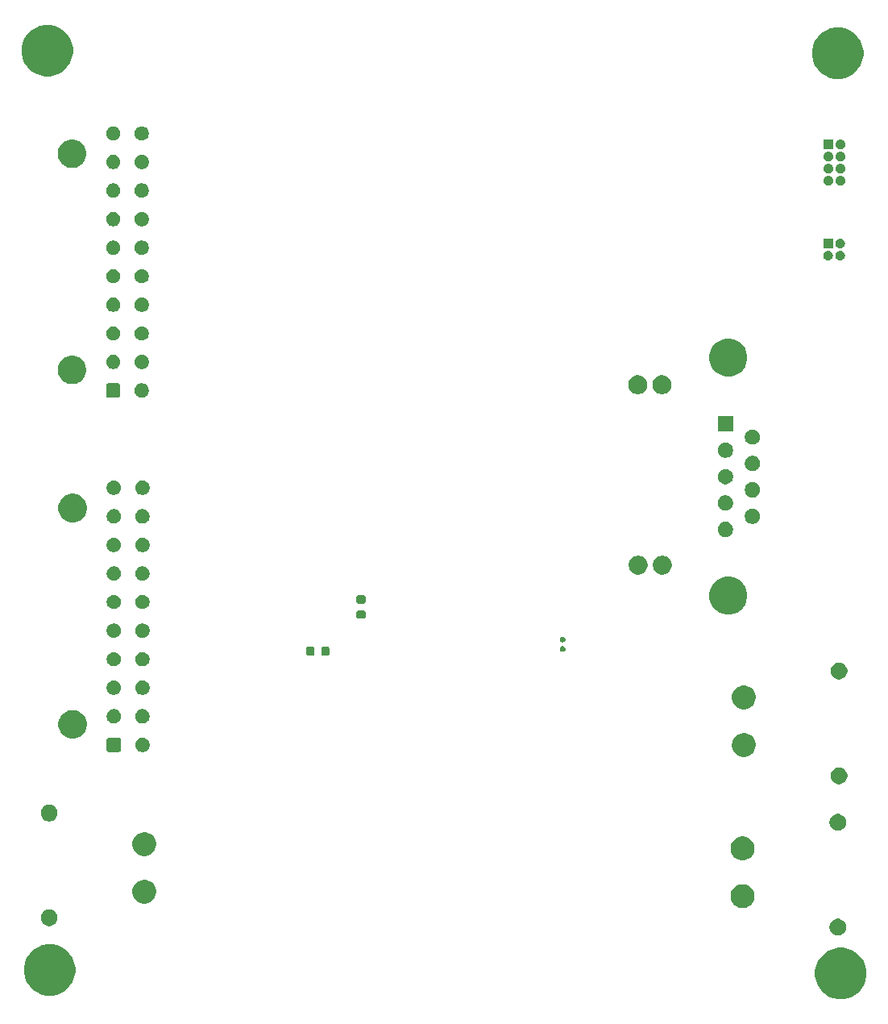
<source format=gbr>
G04 #@! TF.GenerationSoftware,KiCad,Pcbnew,(5.1.5)-3*
G04 #@! TF.CreationDate,2020-04-12T16:22:57-07:00*
G04 #@! TF.ProjectId,Milpitas_BMS,4d696c70-6974-4617-935f-424d532e6b69,rev?*
G04 #@! TF.SameCoordinates,Original*
G04 #@! TF.FileFunction,Soldermask,Bot*
G04 #@! TF.FilePolarity,Negative*
%FSLAX46Y46*%
G04 Gerber Fmt 4.6, Leading zero omitted, Abs format (unit mm)*
G04 Created by KiCad (PCBNEW (5.1.5)-3) date 2020-04-12 16:22:57*
%MOMM*%
%LPD*%
G04 APERTURE LIST*
%ADD10C,0.100000*%
G04 APERTURE END LIST*
D10*
G36*
X188797561Y-142793360D02*
G01*
X189288930Y-142996891D01*
X189731150Y-143292373D01*
X190107227Y-143668450D01*
X190402709Y-144110670D01*
X190606240Y-144602039D01*
X190710000Y-145123673D01*
X190710000Y-145655527D01*
X190606240Y-146177161D01*
X190402709Y-146668530D01*
X190107227Y-147110750D01*
X189731150Y-147486827D01*
X189288930Y-147782309D01*
X188797561Y-147985840D01*
X188275927Y-148089600D01*
X187744073Y-148089600D01*
X187222439Y-147985840D01*
X186731070Y-147782309D01*
X186288850Y-147486827D01*
X185912773Y-147110750D01*
X185617291Y-146668530D01*
X185413760Y-146177161D01*
X185310000Y-145655527D01*
X185310000Y-145123673D01*
X185413760Y-144602039D01*
X185617291Y-144110670D01*
X185912773Y-143668450D01*
X186288850Y-143292373D01*
X186731070Y-142996891D01*
X187222439Y-142793360D01*
X187744073Y-142689600D01*
X188275927Y-142689600D01*
X188797561Y-142793360D01*
G37*
G36*
X105689561Y-142437760D02*
G01*
X106180930Y-142641291D01*
X106623150Y-142936773D01*
X106999227Y-143312850D01*
X107294709Y-143755070D01*
X107498240Y-144246439D01*
X107602000Y-144768073D01*
X107602000Y-145299927D01*
X107498240Y-145821561D01*
X107294709Y-146312930D01*
X106999227Y-146755150D01*
X106623150Y-147131227D01*
X106180930Y-147426709D01*
X105689561Y-147630240D01*
X105167927Y-147734000D01*
X104636073Y-147734000D01*
X104114439Y-147630240D01*
X103623070Y-147426709D01*
X103180850Y-147131227D01*
X102804773Y-146755150D01*
X102509291Y-146312930D01*
X102305760Y-145821561D01*
X102202000Y-145299927D01*
X102202000Y-144768073D01*
X102305760Y-144246439D01*
X102509291Y-143755070D01*
X102804773Y-143312850D01*
X103180850Y-142936773D01*
X103623070Y-142641291D01*
X104114439Y-142437760D01*
X104636073Y-142334000D01*
X105167927Y-142334000D01*
X105689561Y-142437760D01*
G37*
G36*
X187948528Y-139673226D02*
G01*
X188107769Y-139739185D01*
X188251080Y-139834943D01*
X188372957Y-139956820D01*
X188468715Y-140100131D01*
X188468715Y-140100132D01*
X188534674Y-140259372D01*
X188560454Y-140388974D01*
X188568300Y-140428421D01*
X188568300Y-140600779D01*
X188534674Y-140769828D01*
X188468715Y-140929069D01*
X188372957Y-141072380D01*
X188251080Y-141194257D01*
X188107769Y-141290015D01*
X187948528Y-141355974D01*
X187779480Y-141389600D01*
X187607120Y-141389600D01*
X187438072Y-141355974D01*
X187278831Y-141290015D01*
X187135520Y-141194257D01*
X187013643Y-141072380D01*
X186917885Y-140929069D01*
X186851926Y-140769828D01*
X186818300Y-140600779D01*
X186818300Y-140428421D01*
X186826147Y-140388974D01*
X186851926Y-140259372D01*
X186917885Y-140100132D01*
X186917885Y-140100131D01*
X187013643Y-139956820D01*
X187135520Y-139834943D01*
X187278831Y-139739185D01*
X187438072Y-139673226D01*
X187607120Y-139639600D01*
X187779480Y-139639600D01*
X187948528Y-139673226D01*
G37*
G36*
X105093728Y-138706226D02*
G01*
X105252969Y-138772185D01*
X105396280Y-138867943D01*
X105518157Y-138989820D01*
X105613915Y-139133131D01*
X105613915Y-139133132D01*
X105679874Y-139292372D01*
X105713500Y-139461420D01*
X105713500Y-139633780D01*
X105692533Y-139739185D01*
X105679874Y-139802828D01*
X105613915Y-139962069D01*
X105518157Y-140105380D01*
X105396280Y-140227257D01*
X105252969Y-140323015D01*
X105093728Y-140388974D01*
X104924680Y-140422600D01*
X104752320Y-140422600D01*
X104583272Y-140388974D01*
X104424031Y-140323015D01*
X104280720Y-140227257D01*
X104158843Y-140105380D01*
X104063085Y-139962069D01*
X103997126Y-139802828D01*
X103984467Y-139739185D01*
X103963500Y-139633780D01*
X103963500Y-139461420D01*
X103997126Y-139292372D01*
X104063085Y-139133132D01*
X104063085Y-139133131D01*
X104158843Y-138989820D01*
X104280720Y-138867943D01*
X104424031Y-138772185D01*
X104583272Y-138706226D01*
X104752320Y-138672600D01*
X104924680Y-138672600D01*
X105093728Y-138706226D01*
G37*
G36*
X178057911Y-136062637D02*
G01*
X178285398Y-136156865D01*
X178490128Y-136293662D01*
X178664238Y-136467772D01*
X178801035Y-136672502D01*
X178801857Y-136674487D01*
X178895263Y-136899989D01*
X178943300Y-137141486D01*
X178943300Y-137387714D01*
X178942905Y-137389698D01*
X178895263Y-137629211D01*
X178801035Y-137856698D01*
X178664238Y-138061428D01*
X178490128Y-138235538D01*
X178285398Y-138372335D01*
X178057911Y-138466563D01*
X177816414Y-138514600D01*
X177570186Y-138514600D01*
X177328689Y-138466563D01*
X177101202Y-138372335D01*
X176896472Y-138235538D01*
X176722362Y-138061428D01*
X176585565Y-137856698D01*
X176491337Y-137629211D01*
X176443695Y-137389698D01*
X176443300Y-137387714D01*
X176443300Y-137141486D01*
X176491337Y-136899989D01*
X176584743Y-136674487D01*
X176585565Y-136672502D01*
X176722362Y-136467772D01*
X176896472Y-136293662D01*
X177101202Y-136156865D01*
X177328689Y-136062637D01*
X177570186Y-136014600D01*
X177816414Y-136014600D01*
X178057911Y-136062637D01*
G37*
G36*
X115203111Y-135595637D02*
G01*
X115430598Y-135689865D01*
X115635328Y-135826662D01*
X115809438Y-136000772D01*
X115946235Y-136205502D01*
X115946235Y-136205503D01*
X116040463Y-136432989D01*
X116088106Y-136672503D01*
X116088500Y-136674487D01*
X116088500Y-136920713D01*
X116040463Y-137162211D01*
X115946235Y-137389698D01*
X115809438Y-137594428D01*
X115635328Y-137768538D01*
X115430598Y-137905335D01*
X115203111Y-137999563D01*
X114961614Y-138047600D01*
X114715386Y-138047600D01*
X114473889Y-137999563D01*
X114246402Y-137905335D01*
X114041672Y-137768538D01*
X113867562Y-137594428D01*
X113730765Y-137389698D01*
X113636537Y-137162211D01*
X113588500Y-136920713D01*
X113588500Y-136674487D01*
X113588895Y-136672503D01*
X113636537Y-136432989D01*
X113730765Y-136205503D01*
X113730765Y-136205502D01*
X113867562Y-136000772D01*
X114041672Y-135826662D01*
X114246402Y-135689865D01*
X114473889Y-135595637D01*
X114715386Y-135547600D01*
X114961614Y-135547600D01*
X115203111Y-135595637D01*
G37*
G36*
X178057911Y-131062637D02*
G01*
X178285398Y-131156865D01*
X178490128Y-131293662D01*
X178664238Y-131467772D01*
X178801035Y-131672502D01*
X178801857Y-131674487D01*
X178895263Y-131899989D01*
X178943300Y-132141486D01*
X178943300Y-132387714D01*
X178942905Y-132389698D01*
X178895263Y-132629211D01*
X178801035Y-132856698D01*
X178664238Y-133061428D01*
X178490128Y-133235538D01*
X178285398Y-133372335D01*
X178057911Y-133466563D01*
X177816414Y-133514600D01*
X177570186Y-133514600D01*
X177328689Y-133466563D01*
X177101202Y-133372335D01*
X176896472Y-133235538D01*
X176722362Y-133061428D01*
X176585565Y-132856698D01*
X176491337Y-132629211D01*
X176443695Y-132389698D01*
X176443300Y-132387714D01*
X176443300Y-132141486D01*
X176491337Y-131899989D01*
X176584743Y-131674487D01*
X176585565Y-131672502D01*
X176722362Y-131467772D01*
X176896472Y-131293662D01*
X177101202Y-131156865D01*
X177328689Y-131062637D01*
X177570186Y-131014600D01*
X177816414Y-131014600D01*
X178057911Y-131062637D01*
G37*
G36*
X115203111Y-130595637D02*
G01*
X115430598Y-130689865D01*
X115635328Y-130826662D01*
X115809438Y-131000772D01*
X115946235Y-131205502D01*
X115946235Y-131205503D01*
X116040463Y-131432989D01*
X116088106Y-131672503D01*
X116088500Y-131674487D01*
X116088500Y-131920713D01*
X116040463Y-132162211D01*
X115946235Y-132389698D01*
X115809438Y-132594428D01*
X115635328Y-132768538D01*
X115430598Y-132905335D01*
X115203111Y-132999563D01*
X114961614Y-133047600D01*
X114715386Y-133047600D01*
X114473889Y-132999563D01*
X114246402Y-132905335D01*
X114041672Y-132768538D01*
X113867562Y-132594428D01*
X113730765Y-132389698D01*
X113636537Y-132162211D01*
X113588500Y-131920713D01*
X113588500Y-131674487D01*
X113588895Y-131672503D01*
X113636537Y-131432989D01*
X113730765Y-131205503D01*
X113730765Y-131205502D01*
X113867562Y-131000772D01*
X114041672Y-130826662D01*
X114246402Y-130689865D01*
X114473889Y-130595637D01*
X114715386Y-130547600D01*
X114961614Y-130547600D01*
X115203111Y-130595637D01*
G37*
G36*
X187948528Y-128673226D02*
G01*
X188107769Y-128739185D01*
X188251080Y-128834943D01*
X188372957Y-128956820D01*
X188468715Y-129100131D01*
X188468715Y-129100132D01*
X188534674Y-129259372D01*
X188560454Y-129388974D01*
X188568300Y-129428421D01*
X188568300Y-129600779D01*
X188534674Y-129769828D01*
X188468715Y-129929069D01*
X188372957Y-130072380D01*
X188251080Y-130194257D01*
X188107769Y-130290015D01*
X187948528Y-130355974D01*
X187779480Y-130389600D01*
X187607120Y-130389600D01*
X187438072Y-130355974D01*
X187278831Y-130290015D01*
X187135520Y-130194257D01*
X187013643Y-130072380D01*
X186917885Y-129929069D01*
X186851926Y-129769828D01*
X186818300Y-129600779D01*
X186818300Y-129428421D01*
X186826147Y-129388974D01*
X186851926Y-129259372D01*
X186917885Y-129100132D01*
X186917885Y-129100131D01*
X187013643Y-128956820D01*
X187135520Y-128834943D01*
X187278831Y-128739185D01*
X187438072Y-128673226D01*
X187607120Y-128639600D01*
X187779480Y-128639600D01*
X187948528Y-128673226D01*
G37*
G36*
X105093728Y-127706226D02*
G01*
X105252969Y-127772185D01*
X105396280Y-127867943D01*
X105518157Y-127989820D01*
X105613915Y-128133131D01*
X105613915Y-128133132D01*
X105679874Y-128292372D01*
X105713500Y-128461420D01*
X105713500Y-128633780D01*
X105692533Y-128739185D01*
X105679874Y-128802828D01*
X105613915Y-128962069D01*
X105518157Y-129105380D01*
X105396280Y-129227257D01*
X105252969Y-129323015D01*
X105093728Y-129388974D01*
X104924680Y-129422600D01*
X104752320Y-129422600D01*
X104583272Y-129388974D01*
X104424031Y-129323015D01*
X104280720Y-129227257D01*
X104158843Y-129105380D01*
X104063085Y-128962069D01*
X103997126Y-128802828D01*
X103984467Y-128739185D01*
X103963500Y-128633780D01*
X103963500Y-128461420D01*
X103997126Y-128292372D01*
X104063085Y-128133132D01*
X104063085Y-128133131D01*
X104158843Y-127989820D01*
X104280720Y-127867943D01*
X104424031Y-127772185D01*
X104583272Y-127706226D01*
X104752320Y-127672600D01*
X104924680Y-127672600D01*
X105093728Y-127706226D01*
G37*
G36*
X188088228Y-123798226D02*
G01*
X188247469Y-123864185D01*
X188390780Y-123959943D01*
X188512657Y-124081820D01*
X188608415Y-124225131D01*
X188674374Y-124384372D01*
X188708000Y-124553421D01*
X188708000Y-124725779D01*
X188674374Y-124894828D01*
X188608415Y-125054069D01*
X188512657Y-125197380D01*
X188390780Y-125319257D01*
X188247469Y-125415015D01*
X188088228Y-125480974D01*
X187919180Y-125514600D01*
X187746820Y-125514600D01*
X187577772Y-125480974D01*
X187418531Y-125415015D01*
X187275220Y-125319257D01*
X187153343Y-125197380D01*
X187057585Y-125054069D01*
X186991626Y-124894828D01*
X186958000Y-124725779D01*
X186958000Y-124553421D01*
X186991626Y-124384372D01*
X187057585Y-124225131D01*
X187153343Y-124081820D01*
X187275220Y-123959943D01*
X187418531Y-123864185D01*
X187577772Y-123798226D01*
X187746820Y-123764600D01*
X187919180Y-123764600D01*
X188088228Y-123798226D01*
G37*
G36*
X178173264Y-120182794D02*
G01*
X178197611Y-120187637D01*
X178425098Y-120281865D01*
X178629828Y-120418662D01*
X178803938Y-120592772D01*
X178940735Y-120797502D01*
X178986713Y-120908503D01*
X179034963Y-121024989D01*
X179063377Y-121167833D01*
X179083000Y-121266487D01*
X179083000Y-121512713D01*
X179034963Y-121754211D01*
X178940735Y-121981698D01*
X178803938Y-122186428D01*
X178629828Y-122360538D01*
X178425098Y-122497335D01*
X178197611Y-122591563D01*
X177956114Y-122639600D01*
X177709886Y-122639600D01*
X177468389Y-122591563D01*
X177240902Y-122497335D01*
X177036172Y-122360538D01*
X176862062Y-122186428D01*
X176725265Y-121981698D01*
X176631037Y-121754211D01*
X176583000Y-121512713D01*
X176583000Y-121266487D01*
X176602624Y-121167833D01*
X176631037Y-121024989D01*
X176679287Y-120908503D01*
X176725265Y-120797502D01*
X176862062Y-120592772D01*
X177036172Y-120418662D01*
X177240902Y-120281865D01*
X177468389Y-120187637D01*
X177492736Y-120182794D01*
X177709886Y-120139600D01*
X177956114Y-120139600D01*
X178173264Y-120182794D01*
G37*
G36*
X114731020Y-120641404D02*
G01*
X114851767Y-120665422D01*
X114988259Y-120721959D01*
X115111097Y-120804037D01*
X115215563Y-120908503D01*
X115297641Y-121031341D01*
X115354178Y-121167833D01*
X115383000Y-121312732D01*
X115383000Y-121460468D01*
X115354178Y-121605367D01*
X115297641Y-121741859D01*
X115215563Y-121864697D01*
X115111097Y-121969163D01*
X114988259Y-122051241D01*
X114883248Y-122094738D01*
X114851767Y-122107778D01*
X114706869Y-122136600D01*
X114559131Y-122136600D01*
X114414233Y-122107778D01*
X114382752Y-122094738D01*
X114277741Y-122051241D01*
X114154903Y-121969163D01*
X114050437Y-121864697D01*
X113968359Y-121741859D01*
X113911822Y-121605367D01*
X113883000Y-121460468D01*
X113883000Y-121312732D01*
X113911822Y-121167833D01*
X113968359Y-121031341D01*
X114050437Y-120908503D01*
X114154903Y-120804037D01*
X114277741Y-120721959D01*
X114414233Y-120665422D01*
X114534980Y-120641404D01*
X114559131Y-120636600D01*
X114706869Y-120636600D01*
X114731020Y-120641404D01*
G37*
G36*
X112183114Y-120641384D02*
G01*
X112229692Y-120655514D01*
X112272626Y-120678462D01*
X112310256Y-120709344D01*
X112341138Y-120746974D01*
X112364086Y-120789908D01*
X112378216Y-120836486D01*
X112383000Y-120885057D01*
X112383000Y-121888143D01*
X112378216Y-121936714D01*
X112364086Y-121983292D01*
X112341138Y-122026226D01*
X112310256Y-122063856D01*
X112272626Y-122094738D01*
X112229692Y-122117686D01*
X112183114Y-122131816D01*
X112134543Y-122136600D01*
X111131457Y-122136600D01*
X111082886Y-122131816D01*
X111036308Y-122117686D01*
X110993374Y-122094738D01*
X110955744Y-122063856D01*
X110924862Y-122026226D01*
X110901914Y-121983292D01*
X110887784Y-121936714D01*
X110883000Y-121888143D01*
X110883000Y-120885057D01*
X110887784Y-120836486D01*
X110901914Y-120789908D01*
X110924862Y-120746974D01*
X110955744Y-120709344D01*
X110993374Y-120678462D01*
X111036308Y-120655514D01*
X111082886Y-120641384D01*
X111131457Y-120636600D01*
X112134543Y-120636600D01*
X112183114Y-120641384D01*
G37*
G36*
X107750534Y-117784244D02*
G01*
X108023517Y-117897317D01*
X108269194Y-118061474D01*
X108478126Y-118270406D01*
X108642283Y-118516083D01*
X108755356Y-118789066D01*
X108813000Y-119078863D01*
X108813000Y-119374337D01*
X108755356Y-119664134D01*
X108642283Y-119937117D01*
X108478126Y-120182794D01*
X108269194Y-120391726D01*
X108023517Y-120555883D01*
X107750534Y-120668956D01*
X107460737Y-120726600D01*
X107165263Y-120726600D01*
X106875466Y-120668956D01*
X106602483Y-120555883D01*
X106356806Y-120391726D01*
X106147874Y-120182794D01*
X105983717Y-119937117D01*
X105870644Y-119664134D01*
X105813000Y-119374337D01*
X105813000Y-119078863D01*
X105870644Y-118789066D01*
X105983717Y-118516083D01*
X106147874Y-118270406D01*
X106356806Y-118061474D01*
X106602483Y-117897317D01*
X106875466Y-117784244D01*
X107165263Y-117726600D01*
X107460737Y-117726600D01*
X107750534Y-117784244D01*
G37*
G36*
X111851767Y-117665422D02*
G01*
X111988259Y-117721959D01*
X112111097Y-117804037D01*
X112215563Y-117908503D01*
X112297641Y-118031341D01*
X112354178Y-118167833D01*
X112383000Y-118312732D01*
X112383000Y-118460468D01*
X112354178Y-118605367D01*
X112297641Y-118741859D01*
X112215563Y-118864697D01*
X112111097Y-118969163D01*
X111988259Y-119051241D01*
X111921571Y-119078864D01*
X111851767Y-119107778D01*
X111706869Y-119136600D01*
X111559131Y-119136600D01*
X111414233Y-119107778D01*
X111344429Y-119078864D01*
X111277741Y-119051241D01*
X111154903Y-118969163D01*
X111050437Y-118864697D01*
X110968359Y-118741859D01*
X110911822Y-118605367D01*
X110883000Y-118460468D01*
X110883000Y-118312732D01*
X110911822Y-118167833D01*
X110968359Y-118031341D01*
X111050437Y-117908503D01*
X111154903Y-117804037D01*
X111277741Y-117721959D01*
X111414233Y-117665422D01*
X111559131Y-117636600D01*
X111706869Y-117636600D01*
X111851767Y-117665422D01*
G37*
G36*
X114851767Y-117665422D02*
G01*
X114988259Y-117721959D01*
X115111097Y-117804037D01*
X115215563Y-117908503D01*
X115297641Y-118031341D01*
X115354178Y-118167833D01*
X115383000Y-118312732D01*
X115383000Y-118460468D01*
X115354178Y-118605367D01*
X115297641Y-118741859D01*
X115215563Y-118864697D01*
X115111097Y-118969163D01*
X114988259Y-119051241D01*
X114921571Y-119078864D01*
X114851767Y-119107778D01*
X114706869Y-119136600D01*
X114559131Y-119136600D01*
X114414233Y-119107778D01*
X114344429Y-119078864D01*
X114277741Y-119051241D01*
X114154903Y-118969163D01*
X114050437Y-118864697D01*
X113968359Y-118741859D01*
X113911822Y-118605367D01*
X113883000Y-118460468D01*
X113883000Y-118312732D01*
X113911822Y-118167833D01*
X113968359Y-118031341D01*
X114050437Y-117908503D01*
X114154903Y-117804037D01*
X114277741Y-117721959D01*
X114414233Y-117665422D01*
X114559131Y-117636600D01*
X114706869Y-117636600D01*
X114851767Y-117665422D01*
G37*
G36*
X178098050Y-115167833D02*
G01*
X178197611Y-115187637D01*
X178425098Y-115281865D01*
X178629828Y-115418662D01*
X178803938Y-115592772D01*
X178940735Y-115797502D01*
X179034963Y-116024989D01*
X179083000Y-116266487D01*
X179083000Y-116512713D01*
X179034963Y-116754211D01*
X178940735Y-116981698D01*
X178803938Y-117186428D01*
X178629828Y-117360538D01*
X178425098Y-117497335D01*
X178197611Y-117591563D01*
X177956114Y-117639600D01*
X177709886Y-117639600D01*
X177468389Y-117591563D01*
X177240902Y-117497335D01*
X177036172Y-117360538D01*
X176862062Y-117186428D01*
X176725265Y-116981698D01*
X176631037Y-116754211D01*
X176583000Y-116512713D01*
X176583000Y-116266487D01*
X176631037Y-116024989D01*
X176725265Y-115797502D01*
X176862062Y-115592772D01*
X177036172Y-115418662D01*
X177240902Y-115281865D01*
X177468389Y-115187637D01*
X177567950Y-115167833D01*
X177709886Y-115139600D01*
X177956114Y-115139600D01*
X178098050Y-115167833D01*
G37*
G36*
X111851767Y-114665422D02*
G01*
X111988259Y-114721959D01*
X112111097Y-114804037D01*
X112215563Y-114908503D01*
X112297641Y-115031341D01*
X112354178Y-115167833D01*
X112383000Y-115312732D01*
X112383000Y-115460468D01*
X112354178Y-115605367D01*
X112297641Y-115741859D01*
X112215563Y-115864697D01*
X112111097Y-115969163D01*
X111988259Y-116051241D01*
X111851767Y-116107778D01*
X111706869Y-116136600D01*
X111559131Y-116136600D01*
X111414233Y-116107778D01*
X111277741Y-116051241D01*
X111154903Y-115969163D01*
X111050437Y-115864697D01*
X110968359Y-115741859D01*
X110911822Y-115605367D01*
X110883000Y-115460468D01*
X110883000Y-115312732D01*
X110911822Y-115167833D01*
X110968359Y-115031341D01*
X111050437Y-114908503D01*
X111154903Y-114804037D01*
X111277741Y-114721959D01*
X111414233Y-114665422D01*
X111559131Y-114636600D01*
X111706869Y-114636600D01*
X111851767Y-114665422D01*
G37*
G36*
X114851767Y-114665422D02*
G01*
X114988259Y-114721959D01*
X115111097Y-114804037D01*
X115215563Y-114908503D01*
X115297641Y-115031341D01*
X115354178Y-115167833D01*
X115383000Y-115312732D01*
X115383000Y-115460468D01*
X115354178Y-115605367D01*
X115297641Y-115741859D01*
X115215563Y-115864697D01*
X115111097Y-115969163D01*
X114988259Y-116051241D01*
X114851767Y-116107778D01*
X114706869Y-116136600D01*
X114559131Y-116136600D01*
X114414233Y-116107778D01*
X114277741Y-116051241D01*
X114154903Y-115969163D01*
X114050437Y-115864697D01*
X113968359Y-115741859D01*
X113911822Y-115605367D01*
X113883000Y-115460468D01*
X113883000Y-115312732D01*
X113911822Y-115167833D01*
X113968359Y-115031341D01*
X114050437Y-114908503D01*
X114154903Y-114804037D01*
X114277741Y-114721959D01*
X114414233Y-114665422D01*
X114559131Y-114636600D01*
X114706869Y-114636600D01*
X114851767Y-114665422D01*
G37*
G36*
X188088228Y-112798226D02*
G01*
X188247469Y-112864185D01*
X188390780Y-112959943D01*
X188512657Y-113081820D01*
X188608415Y-113225131D01*
X188674374Y-113384372D01*
X188708000Y-113553421D01*
X188708000Y-113725779D01*
X188674374Y-113894828D01*
X188608415Y-114054069D01*
X188512657Y-114197380D01*
X188390780Y-114319257D01*
X188247469Y-114415015D01*
X188088228Y-114480974D01*
X187919180Y-114514600D01*
X187746820Y-114514600D01*
X187577772Y-114480974D01*
X187418531Y-114415015D01*
X187275220Y-114319257D01*
X187153343Y-114197380D01*
X187057585Y-114054069D01*
X186991626Y-113894828D01*
X186958000Y-113725779D01*
X186958000Y-113553421D01*
X186991626Y-113384372D01*
X187057585Y-113225131D01*
X187153343Y-113081820D01*
X187275220Y-112959943D01*
X187418531Y-112864185D01*
X187577772Y-112798226D01*
X187746820Y-112764600D01*
X187919180Y-112764600D01*
X188088228Y-112798226D01*
G37*
G36*
X111851767Y-111665422D02*
G01*
X111988259Y-111721959D01*
X112111097Y-111804037D01*
X112215563Y-111908503D01*
X112297641Y-112031341D01*
X112354178Y-112167833D01*
X112383000Y-112312732D01*
X112383000Y-112460468D01*
X112354178Y-112605367D01*
X112297641Y-112741859D01*
X112215563Y-112864697D01*
X112111097Y-112969163D01*
X111988259Y-113051241D01*
X111914435Y-113081820D01*
X111851767Y-113107778D01*
X111706869Y-113136600D01*
X111559131Y-113136600D01*
X111414233Y-113107778D01*
X111351565Y-113081820D01*
X111277741Y-113051241D01*
X111154903Y-112969163D01*
X111050437Y-112864697D01*
X110968359Y-112741859D01*
X110911822Y-112605367D01*
X110883000Y-112460468D01*
X110883000Y-112312732D01*
X110911822Y-112167833D01*
X110968359Y-112031341D01*
X111050437Y-111908503D01*
X111154903Y-111804037D01*
X111277741Y-111721959D01*
X111414233Y-111665422D01*
X111559131Y-111636600D01*
X111706869Y-111636600D01*
X111851767Y-111665422D01*
G37*
G36*
X114851767Y-111665422D02*
G01*
X114988259Y-111721959D01*
X115111097Y-111804037D01*
X115215563Y-111908503D01*
X115297641Y-112031341D01*
X115354178Y-112167833D01*
X115383000Y-112312732D01*
X115383000Y-112460468D01*
X115354178Y-112605367D01*
X115297641Y-112741859D01*
X115215563Y-112864697D01*
X115111097Y-112969163D01*
X114988259Y-113051241D01*
X114914435Y-113081820D01*
X114851767Y-113107778D01*
X114706869Y-113136600D01*
X114559131Y-113136600D01*
X114414233Y-113107778D01*
X114351565Y-113081820D01*
X114277741Y-113051241D01*
X114154903Y-112969163D01*
X114050437Y-112864697D01*
X113968359Y-112741859D01*
X113911822Y-112605367D01*
X113883000Y-112460468D01*
X113883000Y-112312732D01*
X113911822Y-112167833D01*
X113968359Y-112031341D01*
X114050437Y-111908503D01*
X114154903Y-111804037D01*
X114277741Y-111721959D01*
X114414233Y-111665422D01*
X114559131Y-111636600D01*
X114706869Y-111636600D01*
X114851767Y-111665422D01*
G37*
G36*
X132545433Y-111073291D02*
G01*
X132586226Y-111085666D01*
X132623830Y-111105766D01*
X132656787Y-111132813D01*
X132683834Y-111165770D01*
X132703934Y-111203374D01*
X132716309Y-111244167D01*
X132720500Y-111286723D01*
X132720500Y-111801477D01*
X132716309Y-111844033D01*
X132703934Y-111884826D01*
X132683834Y-111922430D01*
X132656787Y-111955387D01*
X132623830Y-111982434D01*
X132586226Y-112002534D01*
X132545433Y-112014909D01*
X132502877Y-112019100D01*
X132063123Y-112019100D01*
X132020567Y-112014909D01*
X131979774Y-112002534D01*
X131942170Y-111982434D01*
X131909213Y-111955387D01*
X131882166Y-111922430D01*
X131862066Y-111884826D01*
X131849691Y-111844033D01*
X131845500Y-111801477D01*
X131845500Y-111286723D01*
X131849691Y-111244167D01*
X131862066Y-111203374D01*
X131882166Y-111165770D01*
X131909213Y-111132813D01*
X131942170Y-111105766D01*
X131979774Y-111085666D01*
X132020567Y-111073291D01*
X132063123Y-111069100D01*
X132502877Y-111069100D01*
X132545433Y-111073291D01*
G37*
G36*
X134120433Y-111073291D02*
G01*
X134161226Y-111085666D01*
X134198830Y-111105766D01*
X134231787Y-111132813D01*
X134258834Y-111165770D01*
X134278934Y-111203374D01*
X134291309Y-111244167D01*
X134295500Y-111286723D01*
X134295500Y-111801477D01*
X134291309Y-111844033D01*
X134278934Y-111884826D01*
X134258834Y-111922430D01*
X134231787Y-111955387D01*
X134198830Y-111982434D01*
X134161226Y-112002534D01*
X134120433Y-112014909D01*
X134077877Y-112019100D01*
X133638123Y-112019100D01*
X133595567Y-112014909D01*
X133554774Y-112002534D01*
X133517170Y-111982434D01*
X133484213Y-111955387D01*
X133457166Y-111922430D01*
X133437066Y-111884826D01*
X133424691Y-111844033D01*
X133420500Y-111801477D01*
X133420500Y-111286723D01*
X133424691Y-111244167D01*
X133437066Y-111203374D01*
X133457166Y-111165770D01*
X133484213Y-111132813D01*
X133517170Y-111105766D01*
X133554774Y-111085666D01*
X133595567Y-111073291D01*
X133638123Y-111069100D01*
X134077877Y-111069100D01*
X134120433Y-111073291D01*
G37*
G36*
X158875607Y-111031728D02*
G01*
X158930203Y-111054343D01*
X158979339Y-111087174D01*
X159021126Y-111128961D01*
X159053957Y-111178097D01*
X159076572Y-111232693D01*
X159088100Y-111290653D01*
X159088100Y-111349747D01*
X159076572Y-111407707D01*
X159053957Y-111462303D01*
X159021126Y-111511439D01*
X158979339Y-111553226D01*
X158930203Y-111586057D01*
X158875607Y-111608672D01*
X158817647Y-111620200D01*
X158758553Y-111620200D01*
X158700593Y-111608672D01*
X158645997Y-111586057D01*
X158596861Y-111553226D01*
X158555074Y-111511439D01*
X158522243Y-111462303D01*
X158499628Y-111407707D01*
X158488100Y-111349747D01*
X158488100Y-111290653D01*
X158499628Y-111232693D01*
X158522243Y-111178097D01*
X158555074Y-111128961D01*
X158596861Y-111087174D01*
X158645997Y-111054343D01*
X158700593Y-111031728D01*
X158758553Y-111020200D01*
X158817647Y-111020200D01*
X158875607Y-111031728D01*
G37*
G36*
X158875607Y-110031728D02*
G01*
X158930203Y-110054343D01*
X158979339Y-110087174D01*
X159021126Y-110128961D01*
X159053957Y-110178097D01*
X159076572Y-110232693D01*
X159088100Y-110290653D01*
X159088100Y-110349747D01*
X159076572Y-110407707D01*
X159053957Y-110462303D01*
X159021126Y-110511439D01*
X158979339Y-110553226D01*
X158930203Y-110586057D01*
X158875607Y-110608672D01*
X158817647Y-110620200D01*
X158758553Y-110620200D01*
X158700593Y-110608672D01*
X158645997Y-110586057D01*
X158596861Y-110553226D01*
X158555074Y-110511439D01*
X158522243Y-110462303D01*
X158499628Y-110407707D01*
X158488100Y-110349747D01*
X158488100Y-110290653D01*
X158499628Y-110232693D01*
X158522243Y-110178097D01*
X158555074Y-110128961D01*
X158596861Y-110087174D01*
X158645997Y-110054343D01*
X158700593Y-110031728D01*
X158758553Y-110020200D01*
X158817647Y-110020200D01*
X158875607Y-110031728D01*
G37*
G36*
X111851767Y-108665422D02*
G01*
X111988259Y-108721959D01*
X112111097Y-108804037D01*
X112215563Y-108908503D01*
X112297641Y-109031341D01*
X112354178Y-109167833D01*
X112383000Y-109312732D01*
X112383000Y-109460468D01*
X112354178Y-109605367D01*
X112297641Y-109741859D01*
X112215563Y-109864697D01*
X112111097Y-109969163D01*
X111988259Y-110051241D01*
X111901509Y-110087174D01*
X111851767Y-110107778D01*
X111706869Y-110136600D01*
X111559131Y-110136600D01*
X111414233Y-110107778D01*
X111364491Y-110087174D01*
X111277741Y-110051241D01*
X111154903Y-109969163D01*
X111050437Y-109864697D01*
X110968359Y-109741859D01*
X110911822Y-109605367D01*
X110883000Y-109460468D01*
X110883000Y-109312732D01*
X110911822Y-109167833D01*
X110968359Y-109031341D01*
X111050437Y-108908503D01*
X111154903Y-108804037D01*
X111277741Y-108721959D01*
X111414233Y-108665422D01*
X111559131Y-108636600D01*
X111706869Y-108636600D01*
X111851767Y-108665422D01*
G37*
G36*
X114851767Y-108665422D02*
G01*
X114988259Y-108721959D01*
X115111097Y-108804037D01*
X115215563Y-108908503D01*
X115297641Y-109031341D01*
X115354178Y-109167833D01*
X115383000Y-109312732D01*
X115383000Y-109460468D01*
X115354178Y-109605367D01*
X115297641Y-109741859D01*
X115215563Y-109864697D01*
X115111097Y-109969163D01*
X114988259Y-110051241D01*
X114901509Y-110087174D01*
X114851767Y-110107778D01*
X114706869Y-110136600D01*
X114559131Y-110136600D01*
X114414233Y-110107778D01*
X114364491Y-110087174D01*
X114277741Y-110051241D01*
X114154903Y-109969163D01*
X114050437Y-109864697D01*
X113968359Y-109741859D01*
X113911822Y-109605367D01*
X113883000Y-109460468D01*
X113883000Y-109312732D01*
X113911822Y-109167833D01*
X113968359Y-109031341D01*
X114050437Y-108908503D01*
X114154903Y-108804037D01*
X114277741Y-108721959D01*
X114414233Y-108665422D01*
X114559131Y-108636600D01*
X114706869Y-108636600D01*
X114851767Y-108665422D01*
G37*
G36*
X137904433Y-107262791D02*
G01*
X137945226Y-107275166D01*
X137982830Y-107295266D01*
X138015787Y-107322313D01*
X138042834Y-107355270D01*
X138062934Y-107392874D01*
X138075309Y-107433667D01*
X138079500Y-107476223D01*
X138079500Y-107915977D01*
X138075309Y-107958533D01*
X138062934Y-107999326D01*
X138042834Y-108036930D01*
X138015787Y-108069887D01*
X137982830Y-108096934D01*
X137945226Y-108117034D01*
X137904433Y-108129409D01*
X137861877Y-108133600D01*
X137347123Y-108133600D01*
X137304567Y-108129409D01*
X137263774Y-108117034D01*
X137226170Y-108096934D01*
X137193213Y-108069887D01*
X137166166Y-108036930D01*
X137146066Y-107999326D01*
X137133691Y-107958533D01*
X137129500Y-107915977D01*
X137129500Y-107476223D01*
X137133691Y-107433667D01*
X137146066Y-107392874D01*
X137166166Y-107355270D01*
X137193213Y-107322313D01*
X137226170Y-107295266D01*
X137263774Y-107275166D01*
X137304567Y-107262791D01*
X137347123Y-107258600D01*
X137861877Y-107258600D01*
X137904433Y-107262791D01*
G37*
G36*
X176778378Y-103797659D02*
G01*
X177142355Y-103948423D01*
X177469926Y-104167299D01*
X177748501Y-104445874D01*
X177967377Y-104773445D01*
X178118141Y-105137422D01*
X178195000Y-105523817D01*
X178195000Y-105917783D01*
X178118141Y-106304178D01*
X177967377Y-106668155D01*
X177748501Y-106995726D01*
X177469926Y-107274301D01*
X177142355Y-107493177D01*
X176778378Y-107643941D01*
X176391983Y-107720800D01*
X175998017Y-107720800D01*
X175611622Y-107643941D01*
X175247645Y-107493177D01*
X174920074Y-107274301D01*
X174641499Y-106995726D01*
X174422623Y-106668155D01*
X174271859Y-106304178D01*
X174195000Y-105917783D01*
X174195000Y-105523817D01*
X174271859Y-105137422D01*
X174422623Y-104773445D01*
X174641499Y-104445874D01*
X174920074Y-104167299D01*
X175247645Y-103948423D01*
X175611622Y-103797659D01*
X175998017Y-103720800D01*
X176391983Y-103720800D01*
X176778378Y-103797659D01*
G37*
G36*
X114851767Y-105665422D02*
G01*
X114988259Y-105721959D01*
X115111097Y-105804037D01*
X115215563Y-105908503D01*
X115297641Y-106031341D01*
X115297641Y-106031342D01*
X115354178Y-106167833D01*
X115383000Y-106312731D01*
X115383000Y-106460469D01*
X115354178Y-106605367D01*
X115297641Y-106741859D01*
X115215563Y-106864697D01*
X115111097Y-106969163D01*
X114988259Y-107051241D01*
X114851767Y-107107778D01*
X114706869Y-107136600D01*
X114559131Y-107136600D01*
X114414233Y-107107778D01*
X114277741Y-107051241D01*
X114154903Y-106969163D01*
X114050437Y-106864697D01*
X113968359Y-106741859D01*
X113911822Y-106605367D01*
X113883000Y-106460469D01*
X113883000Y-106312731D01*
X113911822Y-106167833D01*
X113968359Y-106031342D01*
X113968359Y-106031341D01*
X114050437Y-105908503D01*
X114154903Y-105804037D01*
X114277741Y-105721959D01*
X114414233Y-105665422D01*
X114559131Y-105636600D01*
X114706869Y-105636600D01*
X114851767Y-105665422D01*
G37*
G36*
X111851767Y-105665422D02*
G01*
X111988259Y-105721959D01*
X112111097Y-105804037D01*
X112215563Y-105908503D01*
X112297641Y-106031341D01*
X112297641Y-106031342D01*
X112354178Y-106167833D01*
X112383000Y-106312731D01*
X112383000Y-106460469D01*
X112354178Y-106605367D01*
X112297641Y-106741859D01*
X112215563Y-106864697D01*
X112111097Y-106969163D01*
X111988259Y-107051241D01*
X111851767Y-107107778D01*
X111706869Y-107136600D01*
X111559131Y-107136600D01*
X111414233Y-107107778D01*
X111277741Y-107051241D01*
X111154903Y-106969163D01*
X111050437Y-106864697D01*
X110968359Y-106741859D01*
X110911822Y-106605367D01*
X110883000Y-106460469D01*
X110883000Y-106312731D01*
X110911822Y-106167833D01*
X110968359Y-106031342D01*
X110968359Y-106031341D01*
X111050437Y-105908503D01*
X111154903Y-105804037D01*
X111277741Y-105721959D01*
X111414233Y-105665422D01*
X111559131Y-105636600D01*
X111706869Y-105636600D01*
X111851767Y-105665422D01*
G37*
G36*
X137904433Y-105687791D02*
G01*
X137945226Y-105700166D01*
X137982830Y-105720266D01*
X138015787Y-105747313D01*
X138042834Y-105780270D01*
X138062934Y-105817874D01*
X138075309Y-105858667D01*
X138079500Y-105901223D01*
X138079500Y-106340977D01*
X138075309Y-106383533D01*
X138062934Y-106424326D01*
X138042834Y-106461930D01*
X138015787Y-106494887D01*
X137982830Y-106521934D01*
X137945226Y-106542034D01*
X137904433Y-106554409D01*
X137861877Y-106558600D01*
X137347123Y-106558600D01*
X137304567Y-106554409D01*
X137263774Y-106542034D01*
X137226170Y-106521934D01*
X137193213Y-106494887D01*
X137166166Y-106461930D01*
X137146066Y-106424326D01*
X137133691Y-106383533D01*
X137129500Y-106340977D01*
X137129500Y-105901223D01*
X137133691Y-105858667D01*
X137146066Y-105817874D01*
X137166166Y-105780270D01*
X137193213Y-105747313D01*
X137226170Y-105720266D01*
X137263774Y-105700166D01*
X137304567Y-105687791D01*
X137347123Y-105683600D01*
X137861877Y-105683600D01*
X137904433Y-105687791D01*
G37*
G36*
X114851767Y-102665422D02*
G01*
X114988259Y-102721959D01*
X115111097Y-102804037D01*
X115215563Y-102908503D01*
X115297641Y-103031341D01*
X115354178Y-103167833D01*
X115383000Y-103312732D01*
X115383000Y-103460468D01*
X115354178Y-103605367D01*
X115297641Y-103741859D01*
X115215563Y-103864697D01*
X115111097Y-103969163D01*
X114988259Y-104051241D01*
X114851767Y-104107778D01*
X114706869Y-104136600D01*
X114559131Y-104136600D01*
X114414233Y-104107778D01*
X114277741Y-104051241D01*
X114154903Y-103969163D01*
X114050437Y-103864697D01*
X113968359Y-103741859D01*
X113911822Y-103605367D01*
X113883000Y-103460468D01*
X113883000Y-103312732D01*
X113911822Y-103167833D01*
X113968359Y-103031341D01*
X114050437Y-102908503D01*
X114154903Y-102804037D01*
X114277741Y-102721959D01*
X114414233Y-102665422D01*
X114559131Y-102636600D01*
X114706869Y-102636600D01*
X114851767Y-102665422D01*
G37*
G36*
X111851767Y-102665422D02*
G01*
X111988259Y-102721959D01*
X112111097Y-102804037D01*
X112215563Y-102908503D01*
X112297641Y-103031341D01*
X112354178Y-103167833D01*
X112383000Y-103312732D01*
X112383000Y-103460468D01*
X112354178Y-103605367D01*
X112297641Y-103741859D01*
X112215563Y-103864697D01*
X112111097Y-103969163D01*
X111988259Y-104051241D01*
X111851767Y-104107778D01*
X111706869Y-104136600D01*
X111559131Y-104136600D01*
X111414233Y-104107778D01*
X111277741Y-104051241D01*
X111154903Y-103969163D01*
X111050437Y-103864697D01*
X110968359Y-103741859D01*
X110911822Y-103605367D01*
X110883000Y-103460468D01*
X110883000Y-103312732D01*
X110911822Y-103167833D01*
X110968359Y-103031341D01*
X111050437Y-102908503D01*
X111154903Y-102804037D01*
X111277741Y-102721959D01*
X111414233Y-102665422D01*
X111559131Y-102636600D01*
X111706869Y-102636600D01*
X111851767Y-102665422D01*
G37*
G36*
X169557289Y-101552829D02*
G01*
X169739278Y-101628211D01*
X169903063Y-101737649D01*
X170042351Y-101876937D01*
X170151789Y-102040722D01*
X170227171Y-102222711D01*
X170265600Y-102415909D01*
X170265600Y-102612891D01*
X170227171Y-102806089D01*
X170151789Y-102988078D01*
X170042351Y-103151863D01*
X169903063Y-103291151D01*
X169739278Y-103400589D01*
X169594714Y-103460469D01*
X169557289Y-103475971D01*
X169364091Y-103514400D01*
X169167109Y-103514400D01*
X168973911Y-103475971D01*
X168936486Y-103460469D01*
X168791922Y-103400589D01*
X168628137Y-103291151D01*
X168488849Y-103151863D01*
X168379411Y-102988078D01*
X168304029Y-102806089D01*
X168265600Y-102612891D01*
X168265600Y-102415909D01*
X168304029Y-102222711D01*
X168379411Y-102040722D01*
X168488849Y-101876937D01*
X168628137Y-101737649D01*
X168791922Y-101628211D01*
X168973911Y-101552829D01*
X169167109Y-101514400D01*
X169364091Y-101514400D01*
X169557289Y-101552829D01*
G37*
G36*
X167017289Y-101552829D02*
G01*
X167199278Y-101628211D01*
X167363063Y-101737649D01*
X167502351Y-101876937D01*
X167611789Y-102040722D01*
X167687171Y-102222711D01*
X167725600Y-102415909D01*
X167725600Y-102612891D01*
X167687171Y-102806089D01*
X167611789Y-102988078D01*
X167502351Y-103151863D01*
X167363063Y-103291151D01*
X167199278Y-103400589D01*
X167054714Y-103460469D01*
X167017289Y-103475971D01*
X166824091Y-103514400D01*
X166627109Y-103514400D01*
X166433911Y-103475971D01*
X166396486Y-103460469D01*
X166251922Y-103400589D01*
X166088137Y-103291151D01*
X165948849Y-103151863D01*
X165839411Y-102988078D01*
X165764029Y-102806089D01*
X165725600Y-102612891D01*
X165725600Y-102415909D01*
X165764029Y-102222711D01*
X165839411Y-102040722D01*
X165948849Y-101876937D01*
X166088137Y-101737649D01*
X166251922Y-101628211D01*
X166433911Y-101552829D01*
X166627109Y-101514400D01*
X166824091Y-101514400D01*
X167017289Y-101552829D01*
G37*
G36*
X114851767Y-99665422D02*
G01*
X114988259Y-99721959D01*
X115111097Y-99804037D01*
X115215563Y-99908503D01*
X115297641Y-100031341D01*
X115354178Y-100167833D01*
X115383000Y-100312732D01*
X115383000Y-100460468D01*
X115354178Y-100605367D01*
X115297641Y-100741859D01*
X115215563Y-100864697D01*
X115111097Y-100969163D01*
X114988259Y-101051241D01*
X114851767Y-101107778D01*
X114706869Y-101136600D01*
X114559131Y-101136600D01*
X114414233Y-101107778D01*
X114277741Y-101051241D01*
X114154903Y-100969163D01*
X114050437Y-100864697D01*
X113968359Y-100741859D01*
X113911822Y-100605367D01*
X113883000Y-100460468D01*
X113883000Y-100312732D01*
X113911822Y-100167833D01*
X113968359Y-100031341D01*
X114050437Y-99908503D01*
X114154903Y-99804037D01*
X114277741Y-99721959D01*
X114414233Y-99665422D01*
X114559131Y-99636600D01*
X114706869Y-99636600D01*
X114851767Y-99665422D01*
G37*
G36*
X111851767Y-99665422D02*
G01*
X111988259Y-99721959D01*
X112111097Y-99804037D01*
X112215563Y-99908503D01*
X112297641Y-100031341D01*
X112354178Y-100167833D01*
X112383000Y-100312732D01*
X112383000Y-100460468D01*
X112354178Y-100605367D01*
X112297641Y-100741859D01*
X112215563Y-100864697D01*
X112111097Y-100969163D01*
X111988259Y-101051241D01*
X111851767Y-101107778D01*
X111706869Y-101136600D01*
X111559131Y-101136600D01*
X111414233Y-101107778D01*
X111277741Y-101051241D01*
X111154903Y-100969163D01*
X111050437Y-100864697D01*
X110968359Y-100741859D01*
X110911822Y-100605367D01*
X110883000Y-100460468D01*
X110883000Y-100312732D01*
X110911822Y-100167833D01*
X110968359Y-100031341D01*
X111050437Y-99908503D01*
X111154903Y-99804037D01*
X111277741Y-99721959D01*
X111414233Y-99665422D01*
X111559131Y-99636600D01*
X111706869Y-99636600D01*
X111851767Y-99665422D01*
G37*
G36*
X176128351Y-97991543D02*
G01*
X176273942Y-98051849D01*
X176404970Y-98139399D01*
X176516401Y-98250830D01*
X176603951Y-98381858D01*
X176664257Y-98527449D01*
X176695000Y-98682007D01*
X176695000Y-98839593D01*
X176664257Y-98994151D01*
X176603951Y-99139742D01*
X176516401Y-99270770D01*
X176404970Y-99382201D01*
X176273942Y-99469751D01*
X176128351Y-99530057D01*
X175973793Y-99560800D01*
X175816207Y-99560800D01*
X175661649Y-99530057D01*
X175516058Y-99469751D01*
X175385030Y-99382201D01*
X175273599Y-99270770D01*
X175186049Y-99139742D01*
X175125743Y-98994151D01*
X175095000Y-98839593D01*
X175095000Y-98682007D01*
X175125743Y-98527449D01*
X175186049Y-98381858D01*
X175273599Y-98250830D01*
X175385030Y-98139399D01*
X175516058Y-98051849D01*
X175661649Y-97991543D01*
X175816207Y-97960800D01*
X175973793Y-97960800D01*
X176128351Y-97991543D01*
G37*
G36*
X178968351Y-96606543D02*
G01*
X179113942Y-96666849D01*
X179244970Y-96754399D01*
X179356401Y-96865830D01*
X179443951Y-96996858D01*
X179504257Y-97142449D01*
X179535000Y-97297007D01*
X179535000Y-97454593D01*
X179504257Y-97609151D01*
X179443951Y-97754742D01*
X179356401Y-97885770D01*
X179244970Y-97997201D01*
X179113942Y-98084751D01*
X178968351Y-98145057D01*
X178813793Y-98175800D01*
X178656207Y-98175800D01*
X178501649Y-98145057D01*
X178356058Y-98084751D01*
X178225030Y-97997201D01*
X178113599Y-97885770D01*
X178026049Y-97754742D01*
X177965743Y-97609151D01*
X177935000Y-97454593D01*
X177935000Y-97297007D01*
X177965743Y-97142449D01*
X178026049Y-96996858D01*
X178113599Y-96865830D01*
X178225030Y-96754399D01*
X178356058Y-96666849D01*
X178501649Y-96606543D01*
X178656207Y-96575800D01*
X178813793Y-96575800D01*
X178968351Y-96606543D01*
G37*
G36*
X111851767Y-96665422D02*
G01*
X111988259Y-96721959D01*
X112111097Y-96804037D01*
X112215563Y-96908503D01*
X112297641Y-97031341D01*
X112354178Y-97167833D01*
X112379873Y-97297008D01*
X112383000Y-97312732D01*
X112383000Y-97460468D01*
X112354178Y-97605367D01*
X112297641Y-97741859D01*
X112215563Y-97864697D01*
X112111097Y-97969163D01*
X111988259Y-98051241D01*
X111907361Y-98084750D01*
X111851767Y-98107778D01*
X111706869Y-98136600D01*
X111559131Y-98136600D01*
X111414233Y-98107778D01*
X111358639Y-98084750D01*
X111277741Y-98051241D01*
X111154903Y-97969163D01*
X111050437Y-97864697D01*
X110968359Y-97741859D01*
X110911822Y-97605367D01*
X110883000Y-97460468D01*
X110883000Y-97312732D01*
X110886128Y-97297008D01*
X110911822Y-97167833D01*
X110968359Y-97031341D01*
X111050437Y-96908503D01*
X111154903Y-96804037D01*
X111277741Y-96721959D01*
X111414233Y-96665422D01*
X111559131Y-96636600D01*
X111706869Y-96636600D01*
X111851767Y-96665422D01*
G37*
G36*
X114851767Y-96665422D02*
G01*
X114988259Y-96721959D01*
X115111097Y-96804037D01*
X115215563Y-96908503D01*
X115297641Y-97031341D01*
X115354178Y-97167833D01*
X115379873Y-97297008D01*
X115383000Y-97312732D01*
X115383000Y-97460468D01*
X115354178Y-97605367D01*
X115297641Y-97741859D01*
X115215563Y-97864697D01*
X115111097Y-97969163D01*
X114988259Y-98051241D01*
X114907361Y-98084750D01*
X114851767Y-98107778D01*
X114706869Y-98136600D01*
X114559131Y-98136600D01*
X114414233Y-98107778D01*
X114358639Y-98084750D01*
X114277741Y-98051241D01*
X114154903Y-97969163D01*
X114050437Y-97864697D01*
X113968359Y-97741859D01*
X113911822Y-97605367D01*
X113883000Y-97460468D01*
X113883000Y-97312732D01*
X113886128Y-97297008D01*
X113911822Y-97167833D01*
X113968359Y-97031341D01*
X114050437Y-96908503D01*
X114154903Y-96804037D01*
X114277741Y-96721959D01*
X114414233Y-96665422D01*
X114559131Y-96636600D01*
X114706869Y-96636600D01*
X114851767Y-96665422D01*
G37*
G36*
X107750534Y-95084244D02*
G01*
X108023517Y-95197317D01*
X108269194Y-95361474D01*
X108478126Y-95570406D01*
X108642283Y-95816083D01*
X108755356Y-96089066D01*
X108813000Y-96378863D01*
X108813000Y-96674337D01*
X108755356Y-96964134D01*
X108642283Y-97237117D01*
X108478126Y-97482794D01*
X108269194Y-97691726D01*
X108023517Y-97855883D01*
X107750534Y-97968956D01*
X107460737Y-98026600D01*
X107165263Y-98026600D01*
X106875466Y-97968956D01*
X106602483Y-97855883D01*
X106356806Y-97691726D01*
X106147874Y-97482794D01*
X105983717Y-97237117D01*
X105870644Y-96964134D01*
X105813000Y-96674337D01*
X105813000Y-96378863D01*
X105870644Y-96089066D01*
X105983717Y-95816083D01*
X106147874Y-95570406D01*
X106356806Y-95361474D01*
X106602483Y-95197317D01*
X106875466Y-95084244D01*
X107165263Y-95026600D01*
X107460737Y-95026600D01*
X107750534Y-95084244D01*
G37*
G36*
X176128351Y-95221543D02*
G01*
X176273942Y-95281849D01*
X176404970Y-95369399D01*
X176516401Y-95480830D01*
X176603951Y-95611858D01*
X176664257Y-95757449D01*
X176695000Y-95912007D01*
X176695000Y-96069593D01*
X176664257Y-96224151D01*
X176603951Y-96369742D01*
X176516401Y-96500770D01*
X176404970Y-96612201D01*
X176273942Y-96699751D01*
X176128351Y-96760057D01*
X175973793Y-96790800D01*
X175816207Y-96790800D01*
X175661649Y-96760057D01*
X175516058Y-96699751D01*
X175385030Y-96612201D01*
X175273599Y-96500770D01*
X175186049Y-96369742D01*
X175125743Y-96224151D01*
X175095000Y-96069593D01*
X175095000Y-95912007D01*
X175125743Y-95757449D01*
X175186049Y-95611858D01*
X175273599Y-95480830D01*
X175385030Y-95369399D01*
X175516058Y-95281849D01*
X175661649Y-95221543D01*
X175816207Y-95190800D01*
X175973793Y-95190800D01*
X176128351Y-95221543D01*
G37*
G36*
X178968351Y-93836543D02*
G01*
X179113942Y-93896849D01*
X179244970Y-93984399D01*
X179356401Y-94095830D01*
X179443951Y-94226858D01*
X179504257Y-94372449D01*
X179535000Y-94527007D01*
X179535000Y-94684593D01*
X179504257Y-94839151D01*
X179443951Y-94984742D01*
X179356401Y-95115770D01*
X179244970Y-95227201D01*
X179113942Y-95314751D01*
X178968351Y-95375057D01*
X178813793Y-95405800D01*
X178656207Y-95405800D01*
X178501649Y-95375057D01*
X178356058Y-95314751D01*
X178225030Y-95227201D01*
X178113599Y-95115770D01*
X178026049Y-94984742D01*
X177965743Y-94839151D01*
X177935000Y-94684593D01*
X177935000Y-94527007D01*
X177965743Y-94372449D01*
X178026049Y-94226858D01*
X178113599Y-94095830D01*
X178225030Y-93984399D01*
X178356058Y-93896849D01*
X178501649Y-93836543D01*
X178656207Y-93805800D01*
X178813793Y-93805800D01*
X178968351Y-93836543D01*
G37*
G36*
X111851767Y-93665422D02*
G01*
X111988259Y-93721959D01*
X112111097Y-93804037D01*
X112215563Y-93908503D01*
X112297641Y-94031341D01*
X112297641Y-94031342D01*
X112354178Y-94167833D01*
X112383000Y-94312731D01*
X112383000Y-94460469D01*
X112354178Y-94605367D01*
X112297641Y-94741859D01*
X112215563Y-94864697D01*
X112111097Y-94969163D01*
X111988259Y-95051241D01*
X111908583Y-95084244D01*
X111851767Y-95107778D01*
X111706869Y-95136600D01*
X111559131Y-95136600D01*
X111414233Y-95107778D01*
X111357417Y-95084244D01*
X111277741Y-95051241D01*
X111154903Y-94969163D01*
X111050437Y-94864697D01*
X110968359Y-94741859D01*
X110911822Y-94605367D01*
X110883000Y-94460469D01*
X110883000Y-94312731D01*
X110911822Y-94167833D01*
X110968359Y-94031342D01*
X110968359Y-94031341D01*
X111050437Y-93908503D01*
X111154903Y-93804037D01*
X111277741Y-93721959D01*
X111414233Y-93665422D01*
X111559131Y-93636600D01*
X111706869Y-93636600D01*
X111851767Y-93665422D01*
G37*
G36*
X114851767Y-93665422D02*
G01*
X114988259Y-93721959D01*
X115111097Y-93804037D01*
X115215563Y-93908503D01*
X115297641Y-94031341D01*
X115297641Y-94031342D01*
X115354178Y-94167833D01*
X115383000Y-94312731D01*
X115383000Y-94460469D01*
X115354178Y-94605367D01*
X115297641Y-94741859D01*
X115215563Y-94864697D01*
X115111097Y-94969163D01*
X114988259Y-95051241D01*
X114908583Y-95084244D01*
X114851767Y-95107778D01*
X114706869Y-95136600D01*
X114559131Y-95136600D01*
X114414233Y-95107778D01*
X114357417Y-95084244D01*
X114277741Y-95051241D01*
X114154903Y-94969163D01*
X114050437Y-94864697D01*
X113968359Y-94741859D01*
X113911822Y-94605367D01*
X113883000Y-94460469D01*
X113883000Y-94312731D01*
X113911822Y-94167833D01*
X113968359Y-94031342D01*
X113968359Y-94031341D01*
X114050437Y-93908503D01*
X114154903Y-93804037D01*
X114277741Y-93721959D01*
X114414233Y-93665422D01*
X114559131Y-93636600D01*
X114706869Y-93636600D01*
X114851767Y-93665422D01*
G37*
G36*
X176128351Y-92451543D02*
G01*
X176273942Y-92511849D01*
X176404970Y-92599399D01*
X176516401Y-92710830D01*
X176603951Y-92841858D01*
X176664257Y-92987449D01*
X176695000Y-93142007D01*
X176695000Y-93299593D01*
X176664257Y-93454151D01*
X176603951Y-93599742D01*
X176516401Y-93730770D01*
X176404970Y-93842201D01*
X176273942Y-93929751D01*
X176128351Y-93990057D01*
X175973793Y-94020800D01*
X175816207Y-94020800D01*
X175661649Y-93990057D01*
X175516058Y-93929751D01*
X175385030Y-93842201D01*
X175273599Y-93730770D01*
X175186049Y-93599742D01*
X175125743Y-93454151D01*
X175095000Y-93299593D01*
X175095000Y-93142007D01*
X175125743Y-92987449D01*
X175186049Y-92841858D01*
X175273599Y-92710830D01*
X175385030Y-92599399D01*
X175516058Y-92511849D01*
X175661649Y-92451543D01*
X175816207Y-92420800D01*
X175973793Y-92420800D01*
X176128351Y-92451543D01*
G37*
G36*
X178968351Y-91066543D02*
G01*
X179113942Y-91126849D01*
X179244970Y-91214399D01*
X179356401Y-91325830D01*
X179443951Y-91456858D01*
X179504257Y-91602449D01*
X179535000Y-91757007D01*
X179535000Y-91914593D01*
X179504257Y-92069151D01*
X179443951Y-92214742D01*
X179356401Y-92345770D01*
X179244970Y-92457201D01*
X179113942Y-92544751D01*
X178968351Y-92605057D01*
X178813793Y-92635800D01*
X178656207Y-92635800D01*
X178501649Y-92605057D01*
X178356058Y-92544751D01*
X178225030Y-92457201D01*
X178113599Y-92345770D01*
X178026049Y-92214742D01*
X177965743Y-92069151D01*
X177935000Y-91914593D01*
X177935000Y-91757007D01*
X177965743Y-91602449D01*
X178026049Y-91456858D01*
X178113599Y-91325830D01*
X178225030Y-91214399D01*
X178356058Y-91126849D01*
X178501649Y-91066543D01*
X178656207Y-91035800D01*
X178813793Y-91035800D01*
X178968351Y-91066543D01*
G37*
G36*
X176128351Y-89681543D02*
G01*
X176273942Y-89741849D01*
X176404970Y-89829399D01*
X176516401Y-89940830D01*
X176603951Y-90071858D01*
X176664257Y-90217449D01*
X176695000Y-90372007D01*
X176695000Y-90529593D01*
X176664257Y-90684151D01*
X176603951Y-90829742D01*
X176516401Y-90960770D01*
X176404970Y-91072201D01*
X176273942Y-91159751D01*
X176128351Y-91220057D01*
X175973793Y-91250800D01*
X175816207Y-91250800D01*
X175661649Y-91220057D01*
X175516058Y-91159751D01*
X175385030Y-91072201D01*
X175273599Y-90960770D01*
X175186049Y-90829742D01*
X175125743Y-90684151D01*
X175095000Y-90529593D01*
X175095000Y-90372007D01*
X175125743Y-90217449D01*
X175186049Y-90071858D01*
X175273599Y-89940830D01*
X175385030Y-89829399D01*
X175516058Y-89741849D01*
X175661649Y-89681543D01*
X175816207Y-89650800D01*
X175973793Y-89650800D01*
X176128351Y-89681543D01*
G37*
G36*
X178968351Y-88296543D02*
G01*
X179113942Y-88356849D01*
X179244970Y-88444399D01*
X179356401Y-88555830D01*
X179443951Y-88686858D01*
X179504257Y-88832449D01*
X179535000Y-88987007D01*
X179535000Y-89144593D01*
X179504257Y-89299151D01*
X179443951Y-89444742D01*
X179356401Y-89575770D01*
X179244970Y-89687201D01*
X179113942Y-89774751D01*
X178968351Y-89835057D01*
X178813793Y-89865800D01*
X178656207Y-89865800D01*
X178501649Y-89835057D01*
X178356058Y-89774751D01*
X178225030Y-89687201D01*
X178113599Y-89575770D01*
X178026049Y-89444742D01*
X177965743Y-89299151D01*
X177935000Y-89144593D01*
X177935000Y-88987007D01*
X177965743Y-88832449D01*
X178026049Y-88686858D01*
X178113599Y-88555830D01*
X178225030Y-88444399D01*
X178356058Y-88356849D01*
X178501649Y-88296543D01*
X178656207Y-88265800D01*
X178813793Y-88265800D01*
X178968351Y-88296543D01*
G37*
G36*
X176695000Y-88480800D02*
G01*
X175095000Y-88480800D01*
X175095000Y-86880800D01*
X176695000Y-86880800D01*
X176695000Y-88480800D01*
G37*
G36*
X114667520Y-83430404D02*
G01*
X114788267Y-83454422D01*
X114924759Y-83510959D01*
X115047597Y-83593037D01*
X115152063Y-83697503D01*
X115234141Y-83820341D01*
X115290678Y-83956833D01*
X115319500Y-84101732D01*
X115319500Y-84249468D01*
X115290678Y-84394367D01*
X115234141Y-84530859D01*
X115152063Y-84653697D01*
X115047597Y-84758163D01*
X114924759Y-84840241D01*
X114819748Y-84883738D01*
X114788267Y-84896778D01*
X114643369Y-84925600D01*
X114495631Y-84925600D01*
X114350733Y-84896778D01*
X114319252Y-84883738D01*
X114214241Y-84840241D01*
X114091403Y-84758163D01*
X113986937Y-84653697D01*
X113904859Y-84530859D01*
X113848322Y-84394367D01*
X113819500Y-84249468D01*
X113819500Y-84101732D01*
X113848322Y-83956833D01*
X113904859Y-83820341D01*
X113986937Y-83697503D01*
X114091403Y-83593037D01*
X114214241Y-83510959D01*
X114350733Y-83454422D01*
X114471480Y-83430404D01*
X114495631Y-83425600D01*
X114643369Y-83425600D01*
X114667520Y-83430404D01*
G37*
G36*
X112119614Y-83430384D02*
G01*
X112166192Y-83444514D01*
X112209126Y-83467462D01*
X112246756Y-83498344D01*
X112277638Y-83535974D01*
X112300586Y-83578908D01*
X112314716Y-83625486D01*
X112319500Y-83674057D01*
X112319500Y-84677143D01*
X112314716Y-84725714D01*
X112300586Y-84772292D01*
X112277638Y-84815226D01*
X112246756Y-84852856D01*
X112209126Y-84883738D01*
X112166192Y-84906686D01*
X112119614Y-84920816D01*
X112071043Y-84925600D01*
X111067957Y-84925600D01*
X111019386Y-84920816D01*
X110972808Y-84906686D01*
X110929874Y-84883738D01*
X110892244Y-84852856D01*
X110861362Y-84815226D01*
X110838414Y-84772292D01*
X110824284Y-84725714D01*
X110819500Y-84677143D01*
X110819500Y-83674057D01*
X110824284Y-83625486D01*
X110838414Y-83578908D01*
X110861362Y-83535974D01*
X110892244Y-83498344D01*
X110929874Y-83467462D01*
X110972808Y-83444514D01*
X111019386Y-83430384D01*
X111067957Y-83425600D01*
X112071043Y-83425600D01*
X112119614Y-83430384D01*
G37*
G36*
X169506489Y-82604429D02*
G01*
X169688478Y-82679811D01*
X169852263Y-82789249D01*
X169991551Y-82928537D01*
X170100989Y-83092322D01*
X170176371Y-83274311D01*
X170214800Y-83467509D01*
X170214800Y-83664491D01*
X170176371Y-83857689D01*
X170100989Y-84039678D01*
X169991551Y-84203463D01*
X169852263Y-84342751D01*
X169688478Y-84452189D01*
X169506489Y-84527571D01*
X169313291Y-84566000D01*
X169116309Y-84566000D01*
X168923111Y-84527571D01*
X168741122Y-84452189D01*
X168577337Y-84342751D01*
X168438049Y-84203463D01*
X168328611Y-84039678D01*
X168253229Y-83857689D01*
X168214800Y-83664491D01*
X168214800Y-83467509D01*
X168253229Y-83274311D01*
X168328611Y-83092322D01*
X168438049Y-82928537D01*
X168577337Y-82789249D01*
X168741122Y-82679811D01*
X168923111Y-82604429D01*
X169116309Y-82566000D01*
X169313291Y-82566000D01*
X169506489Y-82604429D01*
G37*
G36*
X166966489Y-82604429D02*
G01*
X167148478Y-82679811D01*
X167312263Y-82789249D01*
X167451551Y-82928537D01*
X167560989Y-83092322D01*
X167636371Y-83274311D01*
X167674800Y-83467509D01*
X167674800Y-83664491D01*
X167636371Y-83857689D01*
X167560989Y-84039678D01*
X167451551Y-84203463D01*
X167312263Y-84342751D01*
X167148478Y-84452189D01*
X166966489Y-84527571D01*
X166773291Y-84566000D01*
X166576309Y-84566000D01*
X166383111Y-84527571D01*
X166201122Y-84452189D01*
X166037337Y-84342751D01*
X165898049Y-84203463D01*
X165788611Y-84039678D01*
X165713229Y-83857689D01*
X165674800Y-83664491D01*
X165674800Y-83467509D01*
X165713229Y-83274311D01*
X165788611Y-83092322D01*
X165898049Y-82928537D01*
X166037337Y-82789249D01*
X166201122Y-82679811D01*
X166383111Y-82604429D01*
X166576309Y-82566000D01*
X166773291Y-82566000D01*
X166966489Y-82604429D01*
G37*
G36*
X107687034Y-80573244D02*
G01*
X107960017Y-80686317D01*
X108205694Y-80850474D01*
X108414626Y-81059406D01*
X108578783Y-81305083D01*
X108691856Y-81578066D01*
X108749500Y-81867863D01*
X108749500Y-82163337D01*
X108691856Y-82453134D01*
X108578783Y-82726117D01*
X108414626Y-82971794D01*
X108205694Y-83180726D01*
X107960017Y-83344883D01*
X107687034Y-83457956D01*
X107397237Y-83515600D01*
X107101763Y-83515600D01*
X106811966Y-83457956D01*
X106538983Y-83344883D01*
X106293306Y-83180726D01*
X106084374Y-82971794D01*
X105920217Y-82726117D01*
X105807144Y-82453134D01*
X105749500Y-82163337D01*
X105749500Y-81867863D01*
X105807144Y-81578066D01*
X105920217Y-81305083D01*
X106084374Y-81059406D01*
X106293306Y-80850474D01*
X106538983Y-80686317D01*
X106811966Y-80573244D01*
X107101763Y-80515600D01*
X107397237Y-80515600D01*
X107687034Y-80573244D01*
G37*
G36*
X176778378Y-78797659D02*
G01*
X177142355Y-78948423D01*
X177469926Y-79167299D01*
X177748501Y-79445874D01*
X177967377Y-79773445D01*
X178118141Y-80137422D01*
X178195000Y-80523817D01*
X178195000Y-80917783D01*
X178118141Y-81304178D01*
X177967377Y-81668155D01*
X177748501Y-81995726D01*
X177469926Y-82274301D01*
X177142355Y-82493177D01*
X176778378Y-82643941D01*
X176391983Y-82720800D01*
X175998017Y-82720800D01*
X175611622Y-82643941D01*
X175247645Y-82493177D01*
X174920074Y-82274301D01*
X174641499Y-81995726D01*
X174422623Y-81668155D01*
X174271859Y-81304178D01*
X174195000Y-80917783D01*
X174195000Y-80523817D01*
X174271859Y-80137422D01*
X174422623Y-79773445D01*
X174641499Y-79445874D01*
X174920074Y-79167299D01*
X175247645Y-78948423D01*
X175611622Y-78797659D01*
X175998017Y-78720800D01*
X176391983Y-78720800D01*
X176778378Y-78797659D01*
G37*
G36*
X114788267Y-80454422D02*
G01*
X114924759Y-80510959D01*
X115047597Y-80593037D01*
X115152063Y-80697503D01*
X115234141Y-80820341D01*
X115290678Y-80956833D01*
X115319500Y-81101732D01*
X115319500Y-81249468D01*
X115290678Y-81394367D01*
X115234141Y-81530859D01*
X115152063Y-81653697D01*
X115047597Y-81758163D01*
X114924759Y-81840241D01*
X114858071Y-81867864D01*
X114788267Y-81896778D01*
X114643369Y-81925600D01*
X114495631Y-81925600D01*
X114350733Y-81896778D01*
X114280929Y-81867864D01*
X114214241Y-81840241D01*
X114091403Y-81758163D01*
X113986937Y-81653697D01*
X113904859Y-81530859D01*
X113848322Y-81394367D01*
X113819500Y-81249468D01*
X113819500Y-81101732D01*
X113848322Y-80956833D01*
X113904859Y-80820341D01*
X113986937Y-80697503D01*
X114091403Y-80593037D01*
X114214241Y-80510959D01*
X114350733Y-80454422D01*
X114495631Y-80425600D01*
X114643369Y-80425600D01*
X114788267Y-80454422D01*
G37*
G36*
X111788267Y-80454422D02*
G01*
X111924759Y-80510959D01*
X112047597Y-80593037D01*
X112152063Y-80697503D01*
X112234141Y-80820341D01*
X112290678Y-80956833D01*
X112319500Y-81101732D01*
X112319500Y-81249468D01*
X112290678Y-81394367D01*
X112234141Y-81530859D01*
X112152063Y-81653697D01*
X112047597Y-81758163D01*
X111924759Y-81840241D01*
X111858071Y-81867864D01*
X111788267Y-81896778D01*
X111643369Y-81925600D01*
X111495631Y-81925600D01*
X111350733Y-81896778D01*
X111280929Y-81867864D01*
X111214241Y-81840241D01*
X111091403Y-81758163D01*
X110986937Y-81653697D01*
X110904859Y-81530859D01*
X110848322Y-81394367D01*
X110819500Y-81249468D01*
X110819500Y-81101732D01*
X110848322Y-80956833D01*
X110904859Y-80820341D01*
X110986937Y-80697503D01*
X111091403Y-80593037D01*
X111214241Y-80510959D01*
X111350733Y-80454422D01*
X111495631Y-80425600D01*
X111643369Y-80425600D01*
X111788267Y-80454422D01*
G37*
G36*
X114788267Y-77454422D02*
G01*
X114924759Y-77510959D01*
X115047597Y-77593037D01*
X115152063Y-77697503D01*
X115234141Y-77820341D01*
X115290678Y-77956833D01*
X115319500Y-78101732D01*
X115319500Y-78249468D01*
X115290678Y-78394367D01*
X115234141Y-78530859D01*
X115152063Y-78653697D01*
X115047597Y-78758163D01*
X114924759Y-78840241D01*
X114788267Y-78896778D01*
X114643369Y-78925600D01*
X114495631Y-78925600D01*
X114350733Y-78896778D01*
X114214241Y-78840241D01*
X114091403Y-78758163D01*
X113986937Y-78653697D01*
X113904859Y-78530859D01*
X113848322Y-78394367D01*
X113819500Y-78249468D01*
X113819500Y-78101732D01*
X113848322Y-77956833D01*
X113904859Y-77820341D01*
X113986937Y-77697503D01*
X114091403Y-77593037D01*
X114214241Y-77510959D01*
X114350733Y-77454422D01*
X114495631Y-77425600D01*
X114643369Y-77425600D01*
X114788267Y-77454422D01*
G37*
G36*
X111788267Y-77454422D02*
G01*
X111924759Y-77510959D01*
X112047597Y-77593037D01*
X112152063Y-77697503D01*
X112234141Y-77820341D01*
X112290678Y-77956833D01*
X112319500Y-78101732D01*
X112319500Y-78249468D01*
X112290678Y-78394367D01*
X112234141Y-78530859D01*
X112152063Y-78653697D01*
X112047597Y-78758163D01*
X111924759Y-78840241D01*
X111788267Y-78896778D01*
X111643369Y-78925600D01*
X111495631Y-78925600D01*
X111350733Y-78896778D01*
X111214241Y-78840241D01*
X111091403Y-78758163D01*
X110986937Y-78653697D01*
X110904859Y-78530859D01*
X110848322Y-78394367D01*
X110819500Y-78249468D01*
X110819500Y-78101732D01*
X110848322Y-77956833D01*
X110904859Y-77820341D01*
X110986937Y-77697503D01*
X111091403Y-77593037D01*
X111214241Y-77510959D01*
X111350733Y-77454422D01*
X111495631Y-77425600D01*
X111643369Y-77425600D01*
X111788267Y-77454422D01*
G37*
G36*
X114788267Y-74454422D02*
G01*
X114924759Y-74510959D01*
X115047597Y-74593037D01*
X115152063Y-74697503D01*
X115234141Y-74820341D01*
X115290678Y-74956833D01*
X115319500Y-75101732D01*
X115319500Y-75249468D01*
X115290678Y-75394367D01*
X115234141Y-75530859D01*
X115152063Y-75653697D01*
X115047597Y-75758163D01*
X114924759Y-75840241D01*
X114788267Y-75896778D01*
X114643369Y-75925600D01*
X114495631Y-75925600D01*
X114350733Y-75896778D01*
X114214241Y-75840241D01*
X114091403Y-75758163D01*
X113986937Y-75653697D01*
X113904859Y-75530859D01*
X113848322Y-75394367D01*
X113819500Y-75249468D01*
X113819500Y-75101732D01*
X113848322Y-74956833D01*
X113904859Y-74820341D01*
X113986937Y-74697503D01*
X114091403Y-74593037D01*
X114214241Y-74510959D01*
X114350733Y-74454422D01*
X114495631Y-74425600D01*
X114643369Y-74425600D01*
X114788267Y-74454422D01*
G37*
G36*
X111788267Y-74454422D02*
G01*
X111924759Y-74510959D01*
X112047597Y-74593037D01*
X112152063Y-74697503D01*
X112234141Y-74820341D01*
X112290678Y-74956833D01*
X112319500Y-75101732D01*
X112319500Y-75249468D01*
X112290678Y-75394367D01*
X112234141Y-75530859D01*
X112152063Y-75653697D01*
X112047597Y-75758163D01*
X111924759Y-75840241D01*
X111788267Y-75896778D01*
X111643369Y-75925600D01*
X111495631Y-75925600D01*
X111350733Y-75896778D01*
X111214241Y-75840241D01*
X111091403Y-75758163D01*
X110986937Y-75653697D01*
X110904859Y-75530859D01*
X110848322Y-75394367D01*
X110819500Y-75249468D01*
X110819500Y-75101732D01*
X110848322Y-74956833D01*
X110904859Y-74820341D01*
X110986937Y-74697503D01*
X111091403Y-74593037D01*
X111214241Y-74510959D01*
X111350733Y-74454422D01*
X111495631Y-74425600D01*
X111643369Y-74425600D01*
X111788267Y-74454422D01*
G37*
G36*
X111788267Y-71454422D02*
G01*
X111924759Y-71510959D01*
X112047597Y-71593037D01*
X112152063Y-71697503D01*
X112234141Y-71820341D01*
X112290678Y-71956833D01*
X112319500Y-72101732D01*
X112319500Y-72249468D01*
X112290678Y-72394367D01*
X112234141Y-72530859D01*
X112152063Y-72653697D01*
X112047597Y-72758163D01*
X111924759Y-72840241D01*
X111788267Y-72896778D01*
X111643369Y-72925600D01*
X111495631Y-72925600D01*
X111350733Y-72896778D01*
X111214241Y-72840241D01*
X111091403Y-72758163D01*
X110986937Y-72653697D01*
X110904859Y-72530859D01*
X110848322Y-72394367D01*
X110819500Y-72249468D01*
X110819500Y-72101732D01*
X110848322Y-71956833D01*
X110904859Y-71820341D01*
X110986937Y-71697503D01*
X111091403Y-71593037D01*
X111214241Y-71510959D01*
X111350733Y-71454422D01*
X111495631Y-71425600D01*
X111643369Y-71425600D01*
X111788267Y-71454422D01*
G37*
G36*
X114788267Y-71454422D02*
G01*
X114924759Y-71510959D01*
X115047597Y-71593037D01*
X115152063Y-71697503D01*
X115234141Y-71820341D01*
X115290678Y-71956833D01*
X115319500Y-72101732D01*
X115319500Y-72249468D01*
X115290678Y-72394367D01*
X115234141Y-72530859D01*
X115152063Y-72653697D01*
X115047597Y-72758163D01*
X114924759Y-72840241D01*
X114788267Y-72896778D01*
X114643369Y-72925600D01*
X114495631Y-72925600D01*
X114350733Y-72896778D01*
X114214241Y-72840241D01*
X114091403Y-72758163D01*
X113986937Y-72653697D01*
X113904859Y-72530859D01*
X113848322Y-72394367D01*
X113819500Y-72249468D01*
X113819500Y-72101732D01*
X113848322Y-71956833D01*
X113904859Y-71820341D01*
X113986937Y-71697503D01*
X114091403Y-71593037D01*
X114214241Y-71510959D01*
X114350733Y-71454422D01*
X114495631Y-71425600D01*
X114643369Y-71425600D01*
X114788267Y-71454422D01*
G37*
G36*
X186835845Y-69521615D02*
G01*
X186926839Y-69559306D01*
X187008731Y-69614025D01*
X187078375Y-69683669D01*
X187133094Y-69765561D01*
X187170785Y-69856555D01*
X187190000Y-69953154D01*
X187190000Y-70051646D01*
X187170785Y-70148245D01*
X187133094Y-70239239D01*
X187078375Y-70321131D01*
X187008731Y-70390775D01*
X186926839Y-70445494D01*
X186835845Y-70483185D01*
X186739246Y-70502400D01*
X186640754Y-70502400D01*
X186544155Y-70483185D01*
X186453161Y-70445494D01*
X186371269Y-70390775D01*
X186301625Y-70321131D01*
X186246906Y-70239239D01*
X186209215Y-70148245D01*
X186190000Y-70051646D01*
X186190000Y-69953154D01*
X186209215Y-69856555D01*
X186246906Y-69765561D01*
X186301625Y-69683669D01*
X186371269Y-69614025D01*
X186453161Y-69559306D01*
X186544155Y-69521615D01*
X186640754Y-69502400D01*
X186739246Y-69502400D01*
X186835845Y-69521615D01*
G37*
G36*
X188105845Y-69521615D02*
G01*
X188196839Y-69559306D01*
X188278731Y-69614025D01*
X188348375Y-69683669D01*
X188403094Y-69765561D01*
X188440785Y-69856555D01*
X188460000Y-69953154D01*
X188460000Y-70051646D01*
X188440785Y-70148245D01*
X188403094Y-70239239D01*
X188348375Y-70321131D01*
X188278731Y-70390775D01*
X188196839Y-70445494D01*
X188105845Y-70483185D01*
X188009246Y-70502400D01*
X187910754Y-70502400D01*
X187814155Y-70483185D01*
X187723161Y-70445494D01*
X187641269Y-70390775D01*
X187571625Y-70321131D01*
X187516906Y-70239239D01*
X187479215Y-70148245D01*
X187460000Y-70051646D01*
X187460000Y-69953154D01*
X187479215Y-69856555D01*
X187516906Y-69765561D01*
X187571625Y-69683669D01*
X187641269Y-69614025D01*
X187723161Y-69559306D01*
X187814155Y-69521615D01*
X187910754Y-69502400D01*
X188009246Y-69502400D01*
X188105845Y-69521615D01*
G37*
G36*
X111788267Y-68454422D02*
G01*
X111924759Y-68510959D01*
X112047597Y-68593037D01*
X112152063Y-68697503D01*
X112234141Y-68820341D01*
X112290678Y-68956833D01*
X112319500Y-69101732D01*
X112319500Y-69249468D01*
X112290678Y-69394367D01*
X112234141Y-69530859D01*
X112152063Y-69653697D01*
X112047597Y-69758163D01*
X111924759Y-69840241D01*
X111885371Y-69856556D01*
X111788267Y-69896778D01*
X111643369Y-69925600D01*
X111495631Y-69925600D01*
X111350733Y-69896778D01*
X111253629Y-69856556D01*
X111214241Y-69840241D01*
X111091403Y-69758163D01*
X110986937Y-69653697D01*
X110904859Y-69530859D01*
X110848322Y-69394367D01*
X110819500Y-69249468D01*
X110819500Y-69101732D01*
X110848322Y-68956833D01*
X110904859Y-68820341D01*
X110986937Y-68697503D01*
X111091403Y-68593037D01*
X111214241Y-68510959D01*
X111350733Y-68454422D01*
X111495631Y-68425600D01*
X111643369Y-68425600D01*
X111788267Y-68454422D01*
G37*
G36*
X114788267Y-68454422D02*
G01*
X114924759Y-68510959D01*
X115047597Y-68593037D01*
X115152063Y-68697503D01*
X115234141Y-68820341D01*
X115290678Y-68956833D01*
X115319500Y-69101732D01*
X115319500Y-69249468D01*
X115290678Y-69394367D01*
X115234141Y-69530859D01*
X115152063Y-69653697D01*
X115047597Y-69758163D01*
X114924759Y-69840241D01*
X114885371Y-69856556D01*
X114788267Y-69896778D01*
X114643369Y-69925600D01*
X114495631Y-69925600D01*
X114350733Y-69896778D01*
X114253629Y-69856556D01*
X114214241Y-69840241D01*
X114091403Y-69758163D01*
X113986937Y-69653697D01*
X113904859Y-69530859D01*
X113848322Y-69394367D01*
X113819500Y-69249468D01*
X113819500Y-69101732D01*
X113848322Y-68956833D01*
X113904859Y-68820341D01*
X113986937Y-68697503D01*
X114091403Y-68593037D01*
X114214241Y-68510959D01*
X114350733Y-68454422D01*
X114495631Y-68425600D01*
X114643369Y-68425600D01*
X114788267Y-68454422D01*
G37*
G36*
X187190000Y-69232400D02*
G01*
X186190000Y-69232400D01*
X186190000Y-68232400D01*
X187190000Y-68232400D01*
X187190000Y-69232400D01*
G37*
G36*
X188105845Y-68251615D02*
G01*
X188196839Y-68289306D01*
X188278731Y-68344025D01*
X188348375Y-68413669D01*
X188403094Y-68495561D01*
X188440785Y-68586555D01*
X188460000Y-68683154D01*
X188460000Y-68781646D01*
X188440785Y-68878245D01*
X188403094Y-68969239D01*
X188348375Y-69051131D01*
X188278731Y-69120775D01*
X188196839Y-69175494D01*
X188105845Y-69213185D01*
X188009246Y-69232400D01*
X187910754Y-69232400D01*
X187814155Y-69213185D01*
X187723161Y-69175494D01*
X187641269Y-69120775D01*
X187571625Y-69051131D01*
X187516906Y-68969239D01*
X187479215Y-68878245D01*
X187460000Y-68781646D01*
X187460000Y-68683154D01*
X187479215Y-68586555D01*
X187516906Y-68495561D01*
X187571625Y-68413669D01*
X187641269Y-68344025D01*
X187723161Y-68289306D01*
X187814155Y-68251615D01*
X187910754Y-68232400D01*
X188009246Y-68232400D01*
X188105845Y-68251615D01*
G37*
G36*
X111788267Y-65454422D02*
G01*
X111924759Y-65510959D01*
X112047597Y-65593037D01*
X112152063Y-65697503D01*
X112234141Y-65820341D01*
X112290678Y-65956833D01*
X112319500Y-66101732D01*
X112319500Y-66249468D01*
X112290678Y-66394367D01*
X112234141Y-66530859D01*
X112152063Y-66653697D01*
X112047597Y-66758163D01*
X111924759Y-66840241D01*
X111788267Y-66896778D01*
X111643369Y-66925600D01*
X111495631Y-66925600D01*
X111350733Y-66896778D01*
X111214241Y-66840241D01*
X111091403Y-66758163D01*
X110986937Y-66653697D01*
X110904859Y-66530859D01*
X110848322Y-66394367D01*
X110819500Y-66249468D01*
X110819500Y-66101732D01*
X110848322Y-65956833D01*
X110904859Y-65820341D01*
X110986937Y-65697503D01*
X111091403Y-65593037D01*
X111214241Y-65510959D01*
X111350733Y-65454422D01*
X111495631Y-65425600D01*
X111643369Y-65425600D01*
X111788267Y-65454422D01*
G37*
G36*
X114788267Y-65454422D02*
G01*
X114924759Y-65510959D01*
X115047597Y-65593037D01*
X115152063Y-65697503D01*
X115234141Y-65820341D01*
X115290678Y-65956833D01*
X115319500Y-66101732D01*
X115319500Y-66249468D01*
X115290678Y-66394367D01*
X115234141Y-66530859D01*
X115152063Y-66653697D01*
X115047597Y-66758163D01*
X114924759Y-66840241D01*
X114788267Y-66896778D01*
X114643369Y-66925600D01*
X114495631Y-66925600D01*
X114350733Y-66896778D01*
X114214241Y-66840241D01*
X114091403Y-66758163D01*
X113986937Y-66653697D01*
X113904859Y-66530859D01*
X113848322Y-66394367D01*
X113819500Y-66249468D01*
X113819500Y-66101732D01*
X113848322Y-65956833D01*
X113904859Y-65820341D01*
X113986937Y-65697503D01*
X114091403Y-65593037D01*
X114214241Y-65510959D01*
X114350733Y-65454422D01*
X114495631Y-65425600D01*
X114643369Y-65425600D01*
X114788267Y-65454422D01*
G37*
G36*
X111788267Y-62454422D02*
G01*
X111924759Y-62510959D01*
X112047597Y-62593037D01*
X112152063Y-62697503D01*
X112234141Y-62820341D01*
X112290678Y-62956833D01*
X112319500Y-63101732D01*
X112319500Y-63249468D01*
X112290678Y-63394367D01*
X112234141Y-63530859D01*
X112152063Y-63653697D01*
X112047597Y-63758163D01*
X111924759Y-63840241D01*
X111788267Y-63896778D01*
X111643369Y-63925600D01*
X111495631Y-63925600D01*
X111350733Y-63896778D01*
X111214241Y-63840241D01*
X111091403Y-63758163D01*
X110986937Y-63653697D01*
X110904859Y-63530859D01*
X110848322Y-63394367D01*
X110819500Y-63249468D01*
X110819500Y-63101732D01*
X110848322Y-62956833D01*
X110904859Y-62820341D01*
X110986937Y-62697503D01*
X111091403Y-62593037D01*
X111214241Y-62510959D01*
X111350733Y-62454422D01*
X111495631Y-62425600D01*
X111643369Y-62425600D01*
X111788267Y-62454422D01*
G37*
G36*
X114788267Y-62454422D02*
G01*
X114924759Y-62510959D01*
X115047597Y-62593037D01*
X115152063Y-62697503D01*
X115234141Y-62820341D01*
X115290678Y-62956833D01*
X115319500Y-63101732D01*
X115319500Y-63249468D01*
X115290678Y-63394367D01*
X115234141Y-63530859D01*
X115152063Y-63653697D01*
X115047597Y-63758163D01*
X114924759Y-63840241D01*
X114788267Y-63896778D01*
X114643369Y-63925600D01*
X114495631Y-63925600D01*
X114350733Y-63896778D01*
X114214241Y-63840241D01*
X114091403Y-63758163D01*
X113986937Y-63653697D01*
X113904859Y-63530859D01*
X113848322Y-63394367D01*
X113819500Y-63249468D01*
X113819500Y-63101732D01*
X113848322Y-62956833D01*
X113904859Y-62820341D01*
X113986937Y-62697503D01*
X114091403Y-62593037D01*
X114214241Y-62510959D01*
X114350733Y-62454422D01*
X114495631Y-62425600D01*
X114643369Y-62425600D01*
X114788267Y-62454422D01*
G37*
G36*
X188131245Y-61647615D02*
G01*
X188222239Y-61685306D01*
X188304131Y-61740025D01*
X188373775Y-61809669D01*
X188428494Y-61891561D01*
X188466185Y-61982555D01*
X188485400Y-62079154D01*
X188485400Y-62177646D01*
X188466185Y-62274245D01*
X188428494Y-62365239D01*
X188373775Y-62447131D01*
X188304131Y-62516775D01*
X188222239Y-62571494D01*
X188131245Y-62609185D01*
X188034646Y-62628400D01*
X187936154Y-62628400D01*
X187839555Y-62609185D01*
X187748561Y-62571494D01*
X187666669Y-62516775D01*
X187597025Y-62447131D01*
X187542306Y-62365239D01*
X187504615Y-62274245D01*
X187485400Y-62177646D01*
X187485400Y-62079154D01*
X187504615Y-61982555D01*
X187542306Y-61891561D01*
X187597025Y-61809669D01*
X187666669Y-61740025D01*
X187748561Y-61685306D01*
X187839555Y-61647615D01*
X187936154Y-61628400D01*
X188034646Y-61628400D01*
X188131245Y-61647615D01*
G37*
G36*
X186861245Y-61647615D02*
G01*
X186952239Y-61685306D01*
X187034131Y-61740025D01*
X187103775Y-61809669D01*
X187158494Y-61891561D01*
X187196185Y-61982555D01*
X187215400Y-62079154D01*
X187215400Y-62177646D01*
X187196185Y-62274245D01*
X187158494Y-62365239D01*
X187103775Y-62447131D01*
X187034131Y-62516775D01*
X186952239Y-62571494D01*
X186861245Y-62609185D01*
X186764646Y-62628400D01*
X186666154Y-62628400D01*
X186569555Y-62609185D01*
X186478561Y-62571494D01*
X186396669Y-62516775D01*
X186327025Y-62447131D01*
X186272306Y-62365239D01*
X186234615Y-62274245D01*
X186215400Y-62177646D01*
X186215400Y-62079154D01*
X186234615Y-61982555D01*
X186272306Y-61891561D01*
X186327025Y-61809669D01*
X186396669Y-61740025D01*
X186478561Y-61685306D01*
X186569555Y-61647615D01*
X186666154Y-61628400D01*
X186764646Y-61628400D01*
X186861245Y-61647615D01*
G37*
G36*
X186861245Y-60377615D02*
G01*
X186952239Y-60415306D01*
X187034131Y-60470025D01*
X187103775Y-60539669D01*
X187158494Y-60621561D01*
X187196185Y-60712555D01*
X187215400Y-60809154D01*
X187215400Y-60907646D01*
X187196185Y-61004245D01*
X187158494Y-61095239D01*
X187103775Y-61177131D01*
X187034131Y-61246775D01*
X186952239Y-61301494D01*
X186861245Y-61339185D01*
X186764646Y-61358400D01*
X186666154Y-61358400D01*
X186569555Y-61339185D01*
X186478561Y-61301494D01*
X186396669Y-61246775D01*
X186327025Y-61177131D01*
X186272306Y-61095239D01*
X186234615Y-61004245D01*
X186215400Y-60907646D01*
X186215400Y-60809154D01*
X186234615Y-60712555D01*
X186272306Y-60621561D01*
X186327025Y-60539669D01*
X186396669Y-60470025D01*
X186478561Y-60415306D01*
X186569555Y-60377615D01*
X186666154Y-60358400D01*
X186764646Y-60358400D01*
X186861245Y-60377615D01*
G37*
G36*
X188131245Y-60377615D02*
G01*
X188222239Y-60415306D01*
X188304131Y-60470025D01*
X188373775Y-60539669D01*
X188428494Y-60621561D01*
X188466185Y-60712555D01*
X188485400Y-60809154D01*
X188485400Y-60907646D01*
X188466185Y-61004245D01*
X188428494Y-61095239D01*
X188373775Y-61177131D01*
X188304131Y-61246775D01*
X188222239Y-61301494D01*
X188131245Y-61339185D01*
X188034646Y-61358400D01*
X187936154Y-61358400D01*
X187839555Y-61339185D01*
X187748561Y-61301494D01*
X187666669Y-61246775D01*
X187597025Y-61177131D01*
X187542306Y-61095239D01*
X187504615Y-61004245D01*
X187485400Y-60907646D01*
X187485400Y-60809154D01*
X187504615Y-60712555D01*
X187542306Y-60621561D01*
X187597025Y-60539669D01*
X187666669Y-60470025D01*
X187748561Y-60415306D01*
X187839555Y-60377615D01*
X187936154Y-60358400D01*
X188034646Y-60358400D01*
X188131245Y-60377615D01*
G37*
G36*
X111788267Y-59454422D02*
G01*
X111924759Y-59510959D01*
X112047597Y-59593037D01*
X112152063Y-59697503D01*
X112234141Y-59820341D01*
X112290678Y-59956833D01*
X112319500Y-60101732D01*
X112319500Y-60249468D01*
X112290678Y-60394367D01*
X112234141Y-60530859D01*
X112152063Y-60653697D01*
X112047597Y-60758163D01*
X111924759Y-60840241D01*
X111788267Y-60896778D01*
X111643369Y-60925600D01*
X111495631Y-60925600D01*
X111350733Y-60896778D01*
X111214241Y-60840241D01*
X111091403Y-60758163D01*
X110986937Y-60653697D01*
X110904859Y-60530859D01*
X110848322Y-60394367D01*
X110819500Y-60249468D01*
X110819500Y-60101732D01*
X110848322Y-59956833D01*
X110904859Y-59820341D01*
X110986937Y-59697503D01*
X111091403Y-59593037D01*
X111214241Y-59510959D01*
X111350733Y-59454422D01*
X111495631Y-59425600D01*
X111643369Y-59425600D01*
X111788267Y-59454422D01*
G37*
G36*
X114788267Y-59454422D02*
G01*
X114924759Y-59510959D01*
X115047597Y-59593037D01*
X115152063Y-59697503D01*
X115234141Y-59820341D01*
X115290678Y-59956833D01*
X115319500Y-60101732D01*
X115319500Y-60249468D01*
X115290678Y-60394367D01*
X115234141Y-60530859D01*
X115152063Y-60653697D01*
X115047597Y-60758163D01*
X114924759Y-60840241D01*
X114788267Y-60896778D01*
X114643369Y-60925600D01*
X114495631Y-60925600D01*
X114350733Y-60896778D01*
X114214241Y-60840241D01*
X114091403Y-60758163D01*
X113986937Y-60653697D01*
X113904859Y-60530859D01*
X113848322Y-60394367D01*
X113819500Y-60249468D01*
X113819500Y-60101732D01*
X113848322Y-59956833D01*
X113904859Y-59820341D01*
X113986937Y-59697503D01*
X114091403Y-59593037D01*
X114214241Y-59510959D01*
X114350733Y-59454422D01*
X114495631Y-59425600D01*
X114643369Y-59425600D01*
X114788267Y-59454422D01*
G37*
G36*
X107687034Y-57873244D02*
G01*
X107960017Y-57986317D01*
X108205694Y-58150474D01*
X108414626Y-58359406D01*
X108578783Y-58605083D01*
X108691856Y-58878066D01*
X108749500Y-59167863D01*
X108749500Y-59463337D01*
X108691856Y-59753134D01*
X108578783Y-60026117D01*
X108414626Y-60271794D01*
X108205694Y-60480726D01*
X107960017Y-60644883D01*
X107687034Y-60757956D01*
X107397237Y-60815600D01*
X107101763Y-60815600D01*
X106811966Y-60757956D01*
X106538983Y-60644883D01*
X106293306Y-60480726D01*
X106084374Y-60271794D01*
X105920217Y-60026117D01*
X105807144Y-59753134D01*
X105749500Y-59463337D01*
X105749500Y-59167863D01*
X105807144Y-58878066D01*
X105920217Y-58605083D01*
X106084374Y-58359406D01*
X106293306Y-58150474D01*
X106538983Y-57986317D01*
X106811966Y-57873244D01*
X107101763Y-57815600D01*
X107397237Y-57815600D01*
X107687034Y-57873244D01*
G37*
G36*
X186861245Y-59107615D02*
G01*
X186952239Y-59145306D01*
X187034131Y-59200025D01*
X187103775Y-59269669D01*
X187158494Y-59351561D01*
X187196185Y-59442555D01*
X187215400Y-59539154D01*
X187215400Y-59637646D01*
X187196185Y-59734245D01*
X187158494Y-59825239D01*
X187103775Y-59907131D01*
X187034131Y-59976775D01*
X186952239Y-60031494D01*
X186861245Y-60069185D01*
X186764646Y-60088400D01*
X186666154Y-60088400D01*
X186569555Y-60069185D01*
X186478561Y-60031494D01*
X186396669Y-59976775D01*
X186327025Y-59907131D01*
X186272306Y-59825239D01*
X186234615Y-59734245D01*
X186215400Y-59637646D01*
X186215400Y-59539154D01*
X186234615Y-59442555D01*
X186272306Y-59351561D01*
X186327025Y-59269669D01*
X186396669Y-59200025D01*
X186478561Y-59145306D01*
X186569555Y-59107615D01*
X186666154Y-59088400D01*
X186764646Y-59088400D01*
X186861245Y-59107615D01*
G37*
G36*
X188131245Y-59107615D02*
G01*
X188222239Y-59145306D01*
X188304131Y-59200025D01*
X188373775Y-59269669D01*
X188428494Y-59351561D01*
X188466185Y-59442555D01*
X188485400Y-59539154D01*
X188485400Y-59637646D01*
X188466185Y-59734245D01*
X188428494Y-59825239D01*
X188373775Y-59907131D01*
X188304131Y-59976775D01*
X188222239Y-60031494D01*
X188131245Y-60069185D01*
X188034646Y-60088400D01*
X187936154Y-60088400D01*
X187839555Y-60069185D01*
X187748561Y-60031494D01*
X187666669Y-59976775D01*
X187597025Y-59907131D01*
X187542306Y-59825239D01*
X187504615Y-59734245D01*
X187485400Y-59637646D01*
X187485400Y-59539154D01*
X187504615Y-59442555D01*
X187542306Y-59351561D01*
X187597025Y-59269669D01*
X187666669Y-59200025D01*
X187748561Y-59145306D01*
X187839555Y-59107615D01*
X187936154Y-59088400D01*
X188034646Y-59088400D01*
X188131245Y-59107615D01*
G37*
G36*
X187215400Y-58818400D02*
G01*
X186215400Y-58818400D01*
X186215400Y-57818400D01*
X187215400Y-57818400D01*
X187215400Y-58818400D01*
G37*
G36*
X188131245Y-57837615D02*
G01*
X188222239Y-57875306D01*
X188304131Y-57930025D01*
X188373775Y-57999669D01*
X188428494Y-58081561D01*
X188466185Y-58172555D01*
X188485400Y-58269154D01*
X188485400Y-58367646D01*
X188466185Y-58464245D01*
X188428494Y-58555239D01*
X188373775Y-58637131D01*
X188304131Y-58706775D01*
X188222239Y-58761494D01*
X188131245Y-58799185D01*
X188034646Y-58818400D01*
X187936154Y-58818400D01*
X187839555Y-58799185D01*
X187748561Y-58761494D01*
X187666669Y-58706775D01*
X187597025Y-58637131D01*
X187542306Y-58555239D01*
X187504615Y-58464245D01*
X187485400Y-58367646D01*
X187485400Y-58269154D01*
X187504615Y-58172555D01*
X187542306Y-58081561D01*
X187597025Y-57999669D01*
X187666669Y-57930025D01*
X187748561Y-57875306D01*
X187839555Y-57837615D01*
X187936154Y-57818400D01*
X188034646Y-57818400D01*
X188131245Y-57837615D01*
G37*
G36*
X114788267Y-56454422D02*
G01*
X114924759Y-56510959D01*
X115047597Y-56593037D01*
X115152063Y-56697503D01*
X115234141Y-56820341D01*
X115290678Y-56956833D01*
X115319500Y-57101732D01*
X115319500Y-57249468D01*
X115290678Y-57394367D01*
X115234141Y-57530859D01*
X115152063Y-57653697D01*
X115047597Y-57758163D01*
X114924759Y-57840241D01*
X114788267Y-57896778D01*
X114643369Y-57925600D01*
X114495631Y-57925600D01*
X114350733Y-57896778D01*
X114214241Y-57840241D01*
X114091403Y-57758163D01*
X113986937Y-57653697D01*
X113904859Y-57530859D01*
X113848322Y-57394367D01*
X113819500Y-57249468D01*
X113819500Y-57101732D01*
X113848322Y-56956833D01*
X113904859Y-56820341D01*
X113986937Y-56697503D01*
X114091403Y-56593037D01*
X114214241Y-56510959D01*
X114350733Y-56454422D01*
X114495631Y-56425600D01*
X114643369Y-56425600D01*
X114788267Y-56454422D01*
G37*
G36*
X111788267Y-56454422D02*
G01*
X111924759Y-56510959D01*
X112047597Y-56593037D01*
X112152063Y-56697503D01*
X112234141Y-56820341D01*
X112290678Y-56956833D01*
X112319500Y-57101732D01*
X112319500Y-57249468D01*
X112290678Y-57394367D01*
X112234141Y-57530859D01*
X112152063Y-57653697D01*
X112047597Y-57758163D01*
X111924759Y-57840241D01*
X111788267Y-57896778D01*
X111643369Y-57925600D01*
X111495631Y-57925600D01*
X111350733Y-57896778D01*
X111214241Y-57840241D01*
X111091403Y-57758163D01*
X110986937Y-57653697D01*
X110904859Y-57530859D01*
X110848322Y-57394367D01*
X110819500Y-57249468D01*
X110819500Y-57101732D01*
X110848322Y-56956833D01*
X110904859Y-56820341D01*
X110986937Y-56697503D01*
X111091403Y-56593037D01*
X111214241Y-56510959D01*
X111350733Y-56454422D01*
X111495631Y-56425600D01*
X111643369Y-56425600D01*
X111788267Y-56454422D01*
G37*
G36*
X188493561Y-46171760D02*
G01*
X188984930Y-46375291D01*
X189427150Y-46670773D01*
X189803227Y-47046850D01*
X190098709Y-47489070D01*
X190302240Y-47980439D01*
X190406000Y-48502073D01*
X190406000Y-49033927D01*
X190302240Y-49555561D01*
X190098709Y-50046930D01*
X189803227Y-50489150D01*
X189427150Y-50865227D01*
X188984930Y-51160709D01*
X188493561Y-51364240D01*
X187971927Y-51468000D01*
X187440073Y-51468000D01*
X186918439Y-51364240D01*
X186427070Y-51160709D01*
X185984850Y-50865227D01*
X185608773Y-50489150D01*
X185313291Y-50046930D01*
X185109760Y-49555561D01*
X185006000Y-49033927D01*
X185006000Y-48502073D01*
X185109760Y-47980439D01*
X185313291Y-47489070D01*
X185608773Y-47046850D01*
X185984850Y-46670773D01*
X186427070Y-46375291D01*
X186918439Y-46171760D01*
X187440073Y-46068000D01*
X187971927Y-46068000D01*
X188493561Y-46171760D01*
G37*
G36*
X105435561Y-45892360D02*
G01*
X105926930Y-46095891D01*
X106369150Y-46391373D01*
X106745227Y-46767450D01*
X107040709Y-47209670D01*
X107244240Y-47701039D01*
X107348000Y-48222673D01*
X107348000Y-48754527D01*
X107244240Y-49276161D01*
X107040709Y-49767530D01*
X106745227Y-50209750D01*
X106369150Y-50585827D01*
X105926930Y-50881309D01*
X105435561Y-51084840D01*
X104913927Y-51188600D01*
X104382073Y-51188600D01*
X103860439Y-51084840D01*
X103369070Y-50881309D01*
X102926850Y-50585827D01*
X102550773Y-50209750D01*
X102255291Y-49767530D01*
X102051760Y-49276161D01*
X101948000Y-48754527D01*
X101948000Y-48222673D01*
X102051760Y-47701039D01*
X102255291Y-47209670D01*
X102550773Y-46767450D01*
X102926850Y-46391373D01*
X103369070Y-46095891D01*
X103860439Y-45892360D01*
X104382073Y-45788600D01*
X104913927Y-45788600D01*
X105435561Y-45892360D01*
G37*
M02*

</source>
